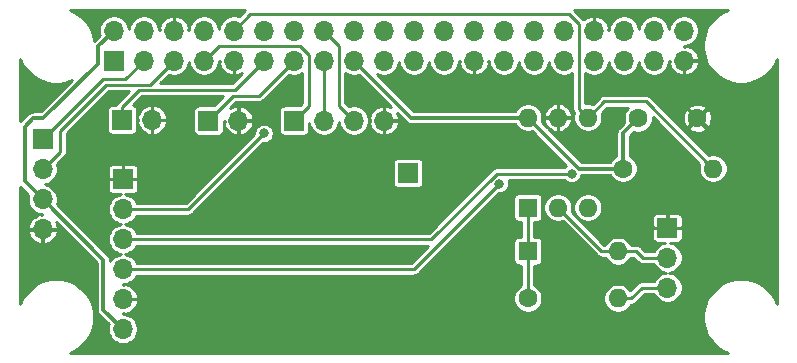
<source format=gbr>
%TF.GenerationSoftware,KiCad,Pcbnew,(5.1.6)-1*%
%TF.CreationDate,2025-04-15T16:12:05-04:00*%
%TF.ProjectId,MT32-zero-breakout,4d543332-2d7a-4657-926f-2d627265616b,rev?*%
%TF.SameCoordinates,Original*%
%TF.FileFunction,Copper,L1,Top*%
%TF.FilePolarity,Positive*%
%FSLAX46Y46*%
G04 Gerber Fmt 4.6, Leading zero omitted, Abs format (unit mm)*
G04 Created by KiCad (PCBNEW (5.1.6)-1) date 2025-04-15 16:12:05*
%MOMM*%
%LPD*%
G01*
G04 APERTURE LIST*
%TA.AperFunction,ComponentPad*%
%ADD10R,1.700000X1.700000*%
%TD*%
%TA.AperFunction,ComponentPad*%
%ADD11O,1.700000X1.700000*%
%TD*%
%TA.AperFunction,ComponentPad*%
%ADD12C,1.600000*%
%TD*%
%TA.AperFunction,ComponentPad*%
%ADD13R,1.600000X1.600000*%
%TD*%
%TA.AperFunction,ComponentPad*%
%ADD14O,1.600000X1.600000*%
%TD*%
%TA.AperFunction,ViaPad*%
%ADD15C,0.800000*%
%TD*%
%TA.AperFunction,Conductor*%
%ADD16C,0.300000*%
%TD*%
%TA.AperFunction,Conductor*%
%ADD17C,0.250000*%
%TD*%
%TA.AperFunction,Conductor*%
%ADD18C,0.254000*%
%TD*%
G04 APERTURE END LIST*
D10*
%TO.P,J1,1*%
%TO.N,N/C*%
X126428500Y-73787000D03*
D11*
%TO.P,J1,2*%
%TO.N,+5V*%
X126428500Y-71247000D03*
%TO.P,J1,3*%
%TO.N,SDA*%
X128968500Y-73787000D03*
%TO.P,J1,4*%
%TO.N,N/C*%
X128968500Y-71247000D03*
%TO.P,J1,5*%
%TO.N,SCL*%
X131508500Y-73787000D03*
%TO.P,J1,6*%
%TO.N,GND*%
X131508500Y-71247000D03*
%TO.P,J1,7*%
%TO.N,ENC_BTN*%
X134048500Y-73787000D03*
%TO.P,J1,8*%
%TO.N,N/C*%
X134048500Y-71247000D03*
%TO.P,J1,9*%
%TO.N,GND*%
X136588500Y-73787000D03*
%TO.P,J1,10*%
%TO.N,MIDI_IN*%
X136588500Y-71247000D03*
%TO.P,J1,11*%
%TO.N,BTN1*%
X139128500Y-73787000D03*
%TO.P,J1,12*%
%TO.N,BCK*%
X139128500Y-71247000D03*
%TO.P,J1,13*%
%TO.N,BTN2*%
X141668500Y-73787000D03*
%TO.P,J1,14*%
%TO.N,GND*%
X141668500Y-71247000D03*
%TO.P,J1,15*%
%TO.N,ENC_CLK*%
X144208500Y-73787000D03*
%TO.P,J1,16*%
%TO.N,ENC_DAT*%
X144208500Y-71247000D03*
%TO.P,J1,17*%
%TO.N,+3V3*%
X146748500Y-73787000D03*
%TO.P,J1,18*%
%TO.N,N/C*%
X146748500Y-71247000D03*
%TO.P,J1,19*%
X149288500Y-73787000D03*
%TO.P,J1,20*%
%TO.N,GND*%
X149288500Y-71247000D03*
%TO.P,J1,21*%
%TO.N,N/C*%
X151828500Y-73787000D03*
%TO.P,J1,22*%
X151828500Y-71247000D03*
%TO.P,J1,23*%
X154368500Y-73787000D03*
%TO.P,J1,24*%
X154368500Y-71247000D03*
%TO.P,J1,25*%
%TO.N,GND*%
X156908500Y-73787000D03*
%TO.P,J1,26*%
%TO.N,N/C*%
X156908500Y-71247000D03*
%TO.P,J1,27*%
X159448500Y-73787000D03*
%TO.P,J1,28*%
X159448500Y-71247000D03*
%TO.P,J1,29*%
X161988500Y-73787000D03*
%TO.P,J1,30*%
%TO.N,GND*%
X161988500Y-71247000D03*
%TO.P,J1,31*%
%TO.N,N/C*%
X164528500Y-73787000D03*
%TO.P,J1,32*%
X164528500Y-71247000D03*
%TO.P,J1,33*%
X167068500Y-73787000D03*
%TO.P,J1,34*%
%TO.N,GND*%
X167068500Y-71247000D03*
%TO.P,J1,35*%
%TO.N,LCK*%
X169608500Y-73787000D03*
%TO.P,J1,36*%
%TO.N,N/C*%
X169608500Y-71247000D03*
%TO.P,J1,37*%
X172148500Y-73787000D03*
%TO.P,J1,38*%
X172148500Y-71247000D03*
%TO.P,J1,39*%
%TO.N,GND*%
X174688500Y-73787000D03*
%TO.P,J1,40*%
%TO.N,DIN*%
X174688500Y-71247000D03*
%TD*%
D10*
%TO.P,J2,1*%
%TO.N,GND*%
X127190500Y-83820000D03*
D11*
%TO.P,J2,2*%
%TO.N,BCK*%
X127190500Y-86360000D03*
%TO.P,J2,3*%
%TO.N,DIN*%
X127190500Y-88900000D03*
%TO.P,J2,4*%
%TO.N,LCK*%
X127190500Y-91440000D03*
%TO.P,J2,5*%
%TO.N,GND*%
X127190500Y-93980000D03*
%TO.P,J2,6*%
%TO.N,+5V*%
X127190500Y-96520000D03*
%TD*%
D10*
%TO.P,J3,1*%
%TO.N,N/C*%
X151320500Y-83312000D03*
%TD*%
D12*
%TO.P,C1,1*%
%TO.N,+3V3*%
X170815000Y-78676500D03*
%TO.P,C1,2*%
%TO.N,GND*%
X175815000Y-78676500D03*
%TD*%
D13*
%TO.P,D1,1*%
%TO.N,Net-(D1-Pad1)*%
X161480500Y-89916000D03*
D14*
%TO.P,D1,2*%
%TO.N,Net-(D1-Pad2)*%
X169100500Y-89916000D03*
%TD*%
D10*
%TO.P,J4,1*%
%TO.N,SDA*%
X120396000Y-80454500D03*
D11*
%TO.P,J4,2*%
%TO.N,SCL*%
X120396000Y-82994500D03*
%TO.P,J4,3*%
%TO.N,+5V*%
X120396000Y-85534500D03*
%TO.P,J4,4*%
%TO.N,GND*%
X120396000Y-88074500D03*
%TD*%
D10*
%TO.P,J5,1*%
%TO.N,BTN1*%
X127127000Y-78803500D03*
D11*
%TO.P,J5,2*%
%TO.N,GND*%
X129667000Y-78803500D03*
%TD*%
%TO.P,J6,2*%
%TO.N,GND*%
X136969500Y-78867000D03*
D10*
%TO.P,J6,1*%
%TO.N,BTN2*%
X134429500Y-78867000D03*
%TD*%
D11*
%TO.P,J7,4*%
%TO.N,GND*%
X149288500Y-78867000D03*
%TO.P,J7,3*%
%TO.N,ENC_DAT*%
X146748500Y-78867000D03*
%TO.P,J7,2*%
%TO.N,ENC_CLK*%
X144208500Y-78867000D03*
D10*
%TO.P,J7,1*%
%TO.N,ENC_BTN*%
X141668500Y-78867000D03*
%TD*%
%TO.P,J8,1*%
%TO.N,GND*%
X173291500Y-87947500D03*
D11*
%TO.P,J8,2*%
%TO.N,Net-(D1-Pad2)*%
X173291500Y-90487500D03*
%TO.P,J8,3*%
%TO.N,Net-(J8-Pad3)*%
X173291500Y-93027500D03*
%TD*%
D12*
%TO.P,R1,1*%
%TO.N,+3V3*%
X169545000Y-82931000D03*
D14*
%TO.P,R1,2*%
%TO.N,MIDI_IN*%
X177165000Y-82931000D03*
%TD*%
%TO.P,R2,2*%
%TO.N,Net-(J8-Pad3)*%
X169100500Y-93916500D03*
D12*
%TO.P,R2,1*%
%TO.N,Net-(D1-Pad1)*%
X161480500Y-93916500D03*
%TD*%
D13*
%TO.P,U1,1*%
%TO.N,Net-(D1-Pad1)*%
X161480500Y-86233000D03*
D14*
%TO.P,U1,4*%
%TO.N,MIDI_IN*%
X166560500Y-78613000D03*
%TO.P,U1,2*%
%TO.N,Net-(D1-Pad2)*%
X164020500Y-86233000D03*
%TO.P,U1,5*%
%TO.N,GND*%
X164020500Y-78613000D03*
%TO.P,U1,3*%
%TO.N,N/C*%
X166560500Y-86233000D03*
%TO.P,U1,6*%
%TO.N,+3V3*%
X161480500Y-78613000D03*
%TD*%
D15*
%TO.N,GND*%
X120396000Y-76517500D03*
X132461000Y-90170000D03*
X171513500Y-75628500D03*
%TO.N,BCK*%
X139128500Y-79946500D03*
%TO.N,LCK*%
X159067500Y-84201000D03*
%TO.N,DIN*%
X165177572Y-83370734D03*
%TD*%
D16*
%TO.N,+3V3*%
X151574500Y-78613000D02*
X146748500Y-73787000D01*
X161480500Y-78613000D02*
X151574500Y-78613000D01*
X165798500Y-82931000D02*
X169545000Y-82931000D01*
X161480500Y-78613000D02*
X165798500Y-82931000D01*
X169545000Y-79946500D02*
X170815000Y-78676500D01*
X169545000Y-82931000D02*
X169545000Y-79946500D01*
%TO.N,+5V*%
X125095000Y-72580500D02*
X126428500Y-71247000D01*
X125095000Y-74041000D02*
X125095000Y-72580500D01*
X120459500Y-78676500D02*
X125095000Y-74041000D01*
X118872000Y-84010500D02*
X118872000Y-79375000D01*
X120396000Y-85534500D02*
X118872000Y-84010500D01*
X118872000Y-79375000D02*
X119570500Y-78676500D01*
X119570500Y-78676500D02*
X120459500Y-78676500D01*
X120396000Y-85534500D02*
X125539500Y-90678000D01*
X125539500Y-94869000D02*
X127190500Y-96520000D01*
X125539500Y-90678000D02*
X125539500Y-94869000D01*
D17*
%TO.N,MIDI_IN*%
X177165000Y-82931000D02*
X171450000Y-77216000D01*
X167957500Y-77216000D02*
X166560500Y-78613000D01*
X171450000Y-77216000D02*
X167957500Y-77216000D01*
X137985500Y-69850000D02*
X136588500Y-71247000D01*
X164973000Y-69850000D02*
X137985500Y-69850000D01*
X166560500Y-78613000D02*
X165798500Y-77851000D01*
X165798500Y-70675500D02*
X164973000Y-69850000D01*
X165798500Y-77851000D02*
X165798500Y-70675500D01*
%TO.N,Net-(D1-Pad1)*%
X161480500Y-86233000D02*
X161480500Y-89916000D01*
X161480500Y-89916000D02*
X161480500Y-93916500D01*
%TO.N,Net-(D1-Pad2)*%
X167703500Y-89916000D02*
X169100500Y-89916000D01*
X164020500Y-86233000D02*
X167703500Y-89916000D01*
X169100500Y-89916000D02*
X170624500Y-89916000D01*
X171196000Y-90487500D02*
X173291500Y-90487500D01*
X170624500Y-89916000D02*
X171196000Y-90487500D01*
%TO.N,SDA*%
X127381000Y-75374500D02*
X128968500Y-73787000D01*
X120396000Y-80454500D02*
X125476000Y-75374500D01*
X125476000Y-75374500D02*
X127381000Y-75374500D01*
%TO.N,SCL*%
X125787990Y-75824510D02*
X129470991Y-75824509D01*
X120396000Y-82994500D02*
X121888955Y-81501545D01*
X129470991Y-75824509D02*
X131508500Y-73787000D01*
X121888955Y-79723545D02*
X125787990Y-75824510D01*
X121888955Y-81501545D02*
X121888955Y-79723545D01*
%TO.N,ENC_BTN*%
X142938500Y-73317998D02*
X142938500Y-77597000D01*
X142938500Y-77597000D02*
X141668500Y-78867000D01*
X142137502Y-72517000D02*
X142938500Y-73317998D01*
X134048500Y-73787000D02*
X135318500Y-72517000D01*
X135318500Y-72517000D02*
X142137502Y-72517000D01*
%TO.N,BCK*%
X132715000Y-86360000D02*
X139128500Y-79946500D01*
X127190500Y-86360000D02*
X132715000Y-86360000D01*
%TO.N,ENC_CLK*%
X144208500Y-78867000D02*
X144208500Y-73787000D01*
%TO.N,ENC_DAT*%
X145478500Y-72517000D02*
X144208500Y-71247000D01*
X146748500Y-78867000D02*
X145478500Y-77597000D01*
X145478500Y-77597000D02*
X145478500Y-72517000D01*
%TO.N,LCK*%
X127190500Y-91440000D02*
X151828500Y-91440000D01*
X151828500Y-91440000D02*
X159067500Y-84201000D01*
%TO.N,DIN*%
X158824764Y-83370734D02*
X165177572Y-83370734D01*
X127190500Y-88900000D02*
X153295498Y-88900000D01*
X153295498Y-88900000D02*
X158824764Y-83370734D01*
%TO.N,Net-(J8-Pad3)*%
X169100500Y-93916500D02*
X170243500Y-93916500D01*
X171132500Y-93027500D02*
X173291500Y-93027500D01*
X170243500Y-93916500D02*
X171132500Y-93027500D01*
%TO.N,BTN1*%
X128555982Y-76274518D02*
X136640982Y-76274518D01*
X127127000Y-77703500D02*
X128555982Y-76274518D01*
X136640982Y-76274518D02*
X139128500Y-73787000D01*
X127127000Y-78803500D02*
X127127000Y-77703500D01*
%TO.N,BTN2*%
X138684000Y-76771500D02*
X141668500Y-73787000D01*
X134429500Y-78867000D02*
X136525000Y-76771500D01*
X136525000Y-76771500D02*
X138684000Y-76771500D01*
%TD*%
D18*
%TO.N,GND*%
G36*
X178008442Y-69653770D02*
G01*
X177479907Y-70006925D01*
X177030425Y-70456407D01*
X176677270Y-70984942D01*
X176434012Y-71572219D01*
X176310000Y-72195668D01*
X176310000Y-72831332D01*
X176434012Y-73454781D01*
X176677270Y-74042058D01*
X177030425Y-74570593D01*
X177479907Y-75020075D01*
X178008442Y-75373230D01*
X178595719Y-75616488D01*
X179219168Y-75740500D01*
X179854832Y-75740500D01*
X180478281Y-75616488D01*
X181065558Y-75373230D01*
X181594093Y-75020075D01*
X182043575Y-74570593D01*
X182396730Y-74042058D01*
X182560000Y-73647889D01*
X182560001Y-94379113D01*
X182396730Y-93984942D01*
X182043575Y-93456407D01*
X181594093Y-93006925D01*
X181065558Y-92653770D01*
X180478281Y-92410512D01*
X179854832Y-92286500D01*
X179219168Y-92286500D01*
X178595719Y-92410512D01*
X178008442Y-92653770D01*
X177479907Y-93006925D01*
X177030425Y-93456407D01*
X176677270Y-93984942D01*
X176434012Y-94572219D01*
X176310000Y-95195668D01*
X176310000Y-95831332D01*
X176434012Y-96454781D01*
X176677270Y-97042058D01*
X177030425Y-97570593D01*
X177479907Y-98020075D01*
X178008442Y-98373230D01*
X178402611Y-98536500D01*
X122671389Y-98536500D01*
X123065558Y-98373230D01*
X123594093Y-98020075D01*
X124043575Y-97570593D01*
X124396730Y-97042058D01*
X124639988Y-96454781D01*
X124764000Y-95831332D01*
X124764000Y-95195668D01*
X124639988Y-94572219D01*
X124396730Y-93984942D01*
X124043575Y-93456407D01*
X123594093Y-93006925D01*
X123065558Y-92653770D01*
X122478281Y-92410512D01*
X121854832Y-92286500D01*
X121219168Y-92286500D01*
X120595719Y-92410512D01*
X120008442Y-92653770D01*
X119479907Y-93006925D01*
X119030425Y-93456407D01*
X118677270Y-93984942D01*
X118514000Y-94379111D01*
X118514000Y-88296951D01*
X119138524Y-88296951D01*
X119149114Y-88350198D01*
X119226859Y-88588156D01*
X119349533Y-88806374D01*
X119512422Y-88996467D01*
X119709267Y-89151129D01*
X119932502Y-89264417D01*
X120173549Y-89331977D01*
X120373000Y-89244544D01*
X120373000Y-88097500D01*
X120419000Y-88097500D01*
X120419000Y-89244544D01*
X120618451Y-89331977D01*
X120859498Y-89264417D01*
X121082733Y-89151129D01*
X121279578Y-88996467D01*
X121442467Y-88806374D01*
X121565141Y-88588156D01*
X121642886Y-88350198D01*
X121653476Y-88296951D01*
X121566024Y-88097500D01*
X120419000Y-88097500D01*
X120373000Y-88097500D01*
X119225976Y-88097500D01*
X119138524Y-88296951D01*
X118514000Y-88296951D01*
X118514000Y-84468501D01*
X119179625Y-85134126D01*
X119168074Y-85162013D01*
X119119000Y-85408726D01*
X119119000Y-85660274D01*
X119168074Y-85906987D01*
X119264337Y-86139386D01*
X119404089Y-86348540D01*
X119581960Y-86526411D01*
X119791114Y-86666163D01*
X120023513Y-86762426D01*
X120270226Y-86811500D01*
X120372998Y-86811500D01*
X120372998Y-86904455D01*
X120173549Y-86817023D01*
X119932502Y-86884583D01*
X119709267Y-86997871D01*
X119512422Y-87152533D01*
X119349533Y-87342626D01*
X119226859Y-87560844D01*
X119149114Y-87798802D01*
X119138524Y-87852049D01*
X119225976Y-88051500D01*
X120373000Y-88051500D01*
X120373000Y-88031500D01*
X120419000Y-88031500D01*
X120419000Y-88051500D01*
X121566024Y-88051500D01*
X121653476Y-87852049D01*
X121642886Y-87798802D01*
X121565141Y-87560844D01*
X121512240Y-87466741D01*
X124962500Y-90917001D01*
X124962501Y-94840659D01*
X124959710Y-94869000D01*
X124970849Y-94982111D01*
X124993455Y-95056629D01*
X125003844Y-95090876D01*
X125057422Y-95191115D01*
X125061159Y-95195668D01*
X125111463Y-95256964D01*
X125111466Y-95256967D01*
X125129527Y-95278974D01*
X125151534Y-95297035D01*
X125974125Y-96119626D01*
X125962574Y-96147513D01*
X125913500Y-96394226D01*
X125913500Y-96645774D01*
X125962574Y-96892487D01*
X126058837Y-97124886D01*
X126198589Y-97334040D01*
X126376460Y-97511911D01*
X126585614Y-97651663D01*
X126818013Y-97747926D01*
X127064726Y-97797000D01*
X127316274Y-97797000D01*
X127562987Y-97747926D01*
X127795386Y-97651663D01*
X128004540Y-97511911D01*
X128182411Y-97334040D01*
X128322163Y-97124886D01*
X128418426Y-96892487D01*
X128467500Y-96645774D01*
X128467500Y-96394226D01*
X128418426Y-96147513D01*
X128322163Y-95915114D01*
X128182411Y-95705960D01*
X128004540Y-95528089D01*
X127795386Y-95388337D01*
X127562987Y-95292074D01*
X127316274Y-95243000D01*
X127213502Y-95243000D01*
X127213502Y-95150045D01*
X127412951Y-95237477D01*
X127653998Y-95169917D01*
X127877233Y-95056629D01*
X128074078Y-94901967D01*
X128236967Y-94711874D01*
X128359641Y-94493656D01*
X128437386Y-94255698D01*
X128447976Y-94202451D01*
X128360524Y-94003000D01*
X127213500Y-94003000D01*
X127213500Y-94023000D01*
X127167500Y-94023000D01*
X127167500Y-94003000D01*
X127147500Y-94003000D01*
X127147500Y-93957000D01*
X127167500Y-93957000D01*
X127167500Y-93937000D01*
X127213500Y-93937000D01*
X127213500Y-93957000D01*
X128360524Y-93957000D01*
X128447976Y-93757549D01*
X128437386Y-93704302D01*
X128359641Y-93466344D01*
X128236967Y-93248126D01*
X128074078Y-93058033D01*
X127877233Y-92903371D01*
X127653998Y-92790083D01*
X127412951Y-92722523D01*
X127213502Y-92809955D01*
X127213502Y-92717000D01*
X127316274Y-92717000D01*
X127562987Y-92667926D01*
X127795386Y-92571663D01*
X128004540Y-92431911D01*
X128182411Y-92254040D01*
X128322163Y-92044886D01*
X128344069Y-91992000D01*
X151801394Y-91992000D01*
X151828500Y-91994670D01*
X151855606Y-91992000D01*
X151855609Y-91992000D01*
X151936711Y-91984012D01*
X152040763Y-91952448D01*
X152136658Y-91901191D01*
X152220711Y-91832211D01*
X152238001Y-91811143D01*
X158616144Y-85433000D01*
X160251434Y-85433000D01*
X160251434Y-87033000D01*
X160259678Y-87116707D01*
X160284095Y-87197196D01*
X160323745Y-87271376D01*
X160377105Y-87336395D01*
X160442124Y-87389755D01*
X160516304Y-87429405D01*
X160596793Y-87453822D01*
X160680500Y-87462066D01*
X160928500Y-87462066D01*
X160928501Y-88686934D01*
X160680500Y-88686934D01*
X160596793Y-88695178D01*
X160516304Y-88719595D01*
X160442124Y-88759245D01*
X160377105Y-88812605D01*
X160323745Y-88877624D01*
X160284095Y-88951804D01*
X160259678Y-89032293D01*
X160251434Y-89116000D01*
X160251434Y-90716000D01*
X160259678Y-90799707D01*
X160284095Y-90880196D01*
X160323745Y-90954376D01*
X160377105Y-91019395D01*
X160442124Y-91072755D01*
X160516304Y-91112405D01*
X160596793Y-91136822D01*
X160680500Y-91145066D01*
X160928500Y-91145066D01*
X160928501Y-92817051D01*
X160899298Y-92829147D01*
X160698333Y-92963427D01*
X160527427Y-93134333D01*
X160393147Y-93335298D01*
X160300653Y-93558597D01*
X160253500Y-93795651D01*
X160253500Y-94037349D01*
X160300653Y-94274403D01*
X160393147Y-94497702D01*
X160527427Y-94698667D01*
X160698333Y-94869573D01*
X160899298Y-95003853D01*
X161122597Y-95096347D01*
X161359651Y-95143500D01*
X161601349Y-95143500D01*
X161838403Y-95096347D01*
X162061702Y-95003853D01*
X162262667Y-94869573D01*
X162433573Y-94698667D01*
X162567853Y-94497702D01*
X162660347Y-94274403D01*
X162707500Y-94037349D01*
X162707500Y-93795651D01*
X162660347Y-93558597D01*
X162567853Y-93335298D01*
X162433573Y-93134333D01*
X162262667Y-92963427D01*
X162061702Y-92829147D01*
X162032500Y-92817051D01*
X162032500Y-91145066D01*
X162280500Y-91145066D01*
X162364207Y-91136822D01*
X162444696Y-91112405D01*
X162518876Y-91072755D01*
X162583895Y-91019395D01*
X162637255Y-90954376D01*
X162676905Y-90880196D01*
X162701322Y-90799707D01*
X162709566Y-90716000D01*
X162709566Y-89116000D01*
X162701322Y-89032293D01*
X162676905Y-88951804D01*
X162637255Y-88877624D01*
X162583895Y-88812605D01*
X162518876Y-88759245D01*
X162444696Y-88719595D01*
X162364207Y-88695178D01*
X162280500Y-88686934D01*
X162032500Y-88686934D01*
X162032500Y-87462066D01*
X162280500Y-87462066D01*
X162364207Y-87453822D01*
X162444696Y-87429405D01*
X162518876Y-87389755D01*
X162583895Y-87336395D01*
X162637255Y-87271376D01*
X162676905Y-87197196D01*
X162701322Y-87116707D01*
X162709566Y-87033000D01*
X162709566Y-86112151D01*
X162793500Y-86112151D01*
X162793500Y-86353849D01*
X162840653Y-86590903D01*
X162933147Y-86814202D01*
X163067427Y-87015167D01*
X163238333Y-87186073D01*
X163439298Y-87320353D01*
X163662597Y-87412847D01*
X163899651Y-87460000D01*
X164141349Y-87460000D01*
X164378403Y-87412847D01*
X164407606Y-87400751D01*
X167294007Y-90287153D01*
X167311289Y-90308211D01*
X167332345Y-90325491D01*
X167332346Y-90325492D01*
X167395342Y-90377191D01*
X167491237Y-90428448D01*
X167595289Y-90460012D01*
X167703500Y-90470670D01*
X167730608Y-90468000D01*
X168001051Y-90468000D01*
X168013147Y-90497202D01*
X168147427Y-90698167D01*
X168318333Y-90869073D01*
X168519298Y-91003353D01*
X168742597Y-91095847D01*
X168979651Y-91143000D01*
X169221349Y-91143000D01*
X169458403Y-91095847D01*
X169681702Y-91003353D01*
X169882667Y-90869073D01*
X170053573Y-90698167D01*
X170187853Y-90497202D01*
X170199949Y-90468000D01*
X170395855Y-90468000D01*
X170786508Y-90858654D01*
X170803789Y-90879711D01*
X170887842Y-90948691D01*
X170983737Y-90999948D01*
X171087789Y-91031512D01*
X171168891Y-91039500D01*
X171168893Y-91039500D01*
X171195999Y-91042170D01*
X171223105Y-91039500D01*
X172137931Y-91039500D01*
X172159837Y-91092386D01*
X172299589Y-91301540D01*
X172477460Y-91479411D01*
X172686614Y-91619163D01*
X172919013Y-91715426D01*
X173130534Y-91757500D01*
X172919013Y-91799574D01*
X172686614Y-91895837D01*
X172477460Y-92035589D01*
X172299589Y-92213460D01*
X172159837Y-92422614D01*
X172137931Y-92475500D01*
X171159606Y-92475500D01*
X171132500Y-92472830D01*
X171105394Y-92475500D01*
X171105391Y-92475500D01*
X171024289Y-92483488D01*
X170920237Y-92515052D01*
X170824342Y-92566309D01*
X170740289Y-92635289D01*
X170723008Y-92656346D01*
X170130257Y-93249099D01*
X170053573Y-93134333D01*
X169882667Y-92963427D01*
X169681702Y-92829147D01*
X169458403Y-92736653D01*
X169221349Y-92689500D01*
X168979651Y-92689500D01*
X168742597Y-92736653D01*
X168519298Y-92829147D01*
X168318333Y-92963427D01*
X168147427Y-93134333D01*
X168013147Y-93335298D01*
X167920653Y-93558597D01*
X167873500Y-93795651D01*
X167873500Y-94037349D01*
X167920653Y-94274403D01*
X168013147Y-94497702D01*
X168147427Y-94698667D01*
X168318333Y-94869573D01*
X168519298Y-95003853D01*
X168742597Y-95096347D01*
X168979651Y-95143500D01*
X169221349Y-95143500D01*
X169458403Y-95096347D01*
X169681702Y-95003853D01*
X169882667Y-94869573D01*
X170053573Y-94698667D01*
X170187853Y-94497702D01*
X170199949Y-94468500D01*
X170216394Y-94468500D01*
X170243500Y-94471170D01*
X170270606Y-94468500D01*
X170270609Y-94468500D01*
X170351711Y-94460512D01*
X170455763Y-94428948D01*
X170551658Y-94377691D01*
X170635711Y-94308711D01*
X170653000Y-94287644D01*
X171361146Y-93579500D01*
X172137931Y-93579500D01*
X172159837Y-93632386D01*
X172299589Y-93841540D01*
X172477460Y-94019411D01*
X172686614Y-94159163D01*
X172919013Y-94255426D01*
X173165726Y-94304500D01*
X173417274Y-94304500D01*
X173663987Y-94255426D01*
X173896386Y-94159163D01*
X174105540Y-94019411D01*
X174283411Y-93841540D01*
X174423163Y-93632386D01*
X174519426Y-93399987D01*
X174568500Y-93153274D01*
X174568500Y-92901726D01*
X174519426Y-92655013D01*
X174423163Y-92422614D01*
X174283411Y-92213460D01*
X174105540Y-92035589D01*
X173896386Y-91895837D01*
X173663987Y-91799574D01*
X173452466Y-91757500D01*
X173663987Y-91715426D01*
X173896386Y-91619163D01*
X174105540Y-91479411D01*
X174283411Y-91301540D01*
X174423163Y-91092386D01*
X174519426Y-90859987D01*
X174568500Y-90613274D01*
X174568500Y-90361726D01*
X174519426Y-90115013D01*
X174423163Y-89882614D01*
X174283411Y-89673460D01*
X174105540Y-89495589D01*
X173896386Y-89355837D01*
X173663987Y-89259574D01*
X173488629Y-89224693D01*
X174141500Y-89226566D01*
X174225207Y-89218322D01*
X174305696Y-89193905D01*
X174379876Y-89154255D01*
X174444895Y-89100895D01*
X174498255Y-89035876D01*
X174537905Y-88961696D01*
X174562322Y-88881207D01*
X174570566Y-88797500D01*
X174568500Y-88077250D01*
X174461750Y-87970500D01*
X173314500Y-87970500D01*
X173314500Y-87990500D01*
X173268500Y-87990500D01*
X173268500Y-87970500D01*
X172121250Y-87970500D01*
X172014500Y-88077250D01*
X172012434Y-88797500D01*
X172020678Y-88881207D01*
X172045095Y-88961696D01*
X172084745Y-89035876D01*
X172138105Y-89100895D01*
X172203124Y-89154255D01*
X172277304Y-89193905D01*
X172357793Y-89218322D01*
X172441500Y-89226566D01*
X173094371Y-89224693D01*
X172919013Y-89259574D01*
X172686614Y-89355837D01*
X172477460Y-89495589D01*
X172299589Y-89673460D01*
X172159837Y-89882614D01*
X172137931Y-89935500D01*
X171424645Y-89935500D01*
X171034000Y-89544856D01*
X171016711Y-89523789D01*
X170932658Y-89454809D01*
X170836763Y-89403552D01*
X170732711Y-89371988D01*
X170651609Y-89364000D01*
X170651606Y-89364000D01*
X170624500Y-89361330D01*
X170597394Y-89364000D01*
X170199949Y-89364000D01*
X170187853Y-89334798D01*
X170053573Y-89133833D01*
X169882667Y-88962927D01*
X169681702Y-88828647D01*
X169458403Y-88736153D01*
X169221349Y-88689000D01*
X168979651Y-88689000D01*
X168742597Y-88736153D01*
X168519298Y-88828647D01*
X168318333Y-88962927D01*
X168147427Y-89133833D01*
X168013147Y-89334798D01*
X168001051Y-89364000D01*
X167932146Y-89364000D01*
X165188251Y-86620106D01*
X165200347Y-86590903D01*
X165247500Y-86353849D01*
X165247500Y-86112151D01*
X165333500Y-86112151D01*
X165333500Y-86353849D01*
X165380653Y-86590903D01*
X165473147Y-86814202D01*
X165607427Y-87015167D01*
X165778333Y-87186073D01*
X165979298Y-87320353D01*
X166202597Y-87412847D01*
X166439651Y-87460000D01*
X166681349Y-87460000D01*
X166918403Y-87412847D01*
X167141702Y-87320353D01*
X167342667Y-87186073D01*
X167431240Y-87097500D01*
X172012434Y-87097500D01*
X172014500Y-87817750D01*
X172121250Y-87924500D01*
X173268500Y-87924500D01*
X173268500Y-86777250D01*
X173314500Y-86777250D01*
X173314500Y-87924500D01*
X174461750Y-87924500D01*
X174568500Y-87817750D01*
X174570566Y-87097500D01*
X174562322Y-87013793D01*
X174537905Y-86933304D01*
X174498255Y-86859124D01*
X174444895Y-86794105D01*
X174379876Y-86740745D01*
X174305696Y-86701095D01*
X174225207Y-86676678D01*
X174141500Y-86668434D01*
X173421250Y-86670500D01*
X173314500Y-86777250D01*
X173268500Y-86777250D01*
X173161750Y-86670500D01*
X172441500Y-86668434D01*
X172357793Y-86676678D01*
X172277304Y-86701095D01*
X172203124Y-86740745D01*
X172138105Y-86794105D01*
X172084745Y-86859124D01*
X172045095Y-86933304D01*
X172020678Y-87013793D01*
X172012434Y-87097500D01*
X167431240Y-87097500D01*
X167513573Y-87015167D01*
X167647853Y-86814202D01*
X167740347Y-86590903D01*
X167787500Y-86353849D01*
X167787500Y-86112151D01*
X167740347Y-85875097D01*
X167647853Y-85651798D01*
X167513573Y-85450833D01*
X167342667Y-85279927D01*
X167141702Y-85145647D01*
X166918403Y-85053153D01*
X166681349Y-85006000D01*
X166439651Y-85006000D01*
X166202597Y-85053153D01*
X165979298Y-85145647D01*
X165778333Y-85279927D01*
X165607427Y-85450833D01*
X165473147Y-85651798D01*
X165380653Y-85875097D01*
X165333500Y-86112151D01*
X165247500Y-86112151D01*
X165200347Y-85875097D01*
X165107853Y-85651798D01*
X164973573Y-85450833D01*
X164802667Y-85279927D01*
X164601702Y-85145647D01*
X164378403Y-85053153D01*
X164141349Y-85006000D01*
X163899651Y-85006000D01*
X163662597Y-85053153D01*
X163439298Y-85145647D01*
X163238333Y-85279927D01*
X163067427Y-85450833D01*
X162933147Y-85651798D01*
X162840653Y-85875097D01*
X162793500Y-86112151D01*
X162709566Y-86112151D01*
X162709566Y-85433000D01*
X162701322Y-85349293D01*
X162676905Y-85268804D01*
X162637255Y-85194624D01*
X162583895Y-85129605D01*
X162518876Y-85076245D01*
X162444696Y-85036595D01*
X162364207Y-85012178D01*
X162280500Y-85003934D01*
X160680500Y-85003934D01*
X160596793Y-85012178D01*
X160516304Y-85036595D01*
X160442124Y-85076245D01*
X160377105Y-85129605D01*
X160323745Y-85194624D01*
X160284095Y-85268804D01*
X160259678Y-85349293D01*
X160251434Y-85433000D01*
X158616144Y-85433000D01*
X159021145Y-85028000D01*
X159148952Y-85028000D01*
X159308727Y-84996218D01*
X159459231Y-84933877D01*
X159594681Y-84843372D01*
X159709872Y-84728181D01*
X159800377Y-84592731D01*
X159862718Y-84442227D01*
X159894500Y-84282452D01*
X159894500Y-84119548D01*
X159862718Y-83959773D01*
X159847376Y-83922734D01*
X164560019Y-83922734D01*
X164650391Y-84013106D01*
X164785841Y-84103611D01*
X164936345Y-84165952D01*
X165096120Y-84197734D01*
X165259024Y-84197734D01*
X165418799Y-84165952D01*
X165569303Y-84103611D01*
X165704753Y-84013106D01*
X165819944Y-83897915D01*
X165910449Y-83762465D01*
X165972790Y-83611961D01*
X165993470Y-83508000D01*
X168455906Y-83508000D01*
X168457647Y-83512202D01*
X168591927Y-83713167D01*
X168762833Y-83884073D01*
X168963798Y-84018353D01*
X169187097Y-84110847D01*
X169424151Y-84158000D01*
X169665849Y-84158000D01*
X169902903Y-84110847D01*
X170126202Y-84018353D01*
X170327167Y-83884073D01*
X170498073Y-83713167D01*
X170632353Y-83512202D01*
X170724847Y-83288903D01*
X170772000Y-83051849D01*
X170772000Y-82810151D01*
X170724847Y-82573097D01*
X170632353Y-82349798D01*
X170498073Y-82148833D01*
X170327167Y-81977927D01*
X170126202Y-81843647D01*
X170122000Y-81841906D01*
X170122000Y-80185501D01*
X170452895Y-79854606D01*
X170457097Y-79856347D01*
X170694151Y-79903500D01*
X170935849Y-79903500D01*
X171172903Y-79856347D01*
X171396202Y-79763853D01*
X171597167Y-79629573D01*
X171768073Y-79458667D01*
X171902353Y-79257702D01*
X171994847Y-79034403D01*
X172042000Y-78797349D01*
X172042000Y-78588644D01*
X175997249Y-82543895D01*
X175985153Y-82573097D01*
X175938000Y-82810151D01*
X175938000Y-83051849D01*
X175985153Y-83288903D01*
X176077647Y-83512202D01*
X176211927Y-83713167D01*
X176382833Y-83884073D01*
X176583798Y-84018353D01*
X176807097Y-84110847D01*
X177044151Y-84158000D01*
X177285849Y-84158000D01*
X177522903Y-84110847D01*
X177746202Y-84018353D01*
X177947167Y-83884073D01*
X178118073Y-83713167D01*
X178252353Y-83512202D01*
X178344847Y-83288903D01*
X178392000Y-83051849D01*
X178392000Y-82810151D01*
X178344847Y-82573097D01*
X178252353Y-82349798D01*
X178118073Y-82148833D01*
X177947167Y-81977927D01*
X177746202Y-81843647D01*
X177522903Y-81751153D01*
X177285849Y-81704000D01*
X177044151Y-81704000D01*
X176807097Y-81751153D01*
X176777895Y-81763249D01*
X174503578Y-79488932D01*
X175035095Y-79488932D01*
X175109032Y-79687312D01*
X175319796Y-79805617D01*
X175549591Y-79880531D01*
X175789586Y-79909175D01*
X176030557Y-79890447D01*
X176263245Y-79825068D01*
X176478707Y-79715550D01*
X176520968Y-79687312D01*
X176594905Y-79488932D01*
X175815000Y-78709027D01*
X175035095Y-79488932D01*
X174503578Y-79488932D01*
X173665731Y-78651086D01*
X174582325Y-78651086D01*
X174601053Y-78892057D01*
X174666432Y-79124745D01*
X174775950Y-79340207D01*
X174804188Y-79382468D01*
X175002568Y-79456405D01*
X175782473Y-78676500D01*
X175847527Y-78676500D01*
X176627432Y-79456405D01*
X176825812Y-79382468D01*
X176944117Y-79171704D01*
X177019031Y-78941909D01*
X177047675Y-78701914D01*
X177028947Y-78460943D01*
X176963568Y-78228255D01*
X176854050Y-78012793D01*
X176825812Y-77970532D01*
X176627432Y-77896595D01*
X175847527Y-78676500D01*
X175782473Y-78676500D01*
X175002568Y-77896595D01*
X174804188Y-77970532D01*
X174685883Y-78181296D01*
X174610969Y-78411091D01*
X174582325Y-78651086D01*
X173665731Y-78651086D01*
X172878713Y-77864068D01*
X175035095Y-77864068D01*
X175815000Y-78643973D01*
X176594905Y-77864068D01*
X176520968Y-77665688D01*
X176310204Y-77547383D01*
X176080409Y-77472469D01*
X175840414Y-77443825D01*
X175599443Y-77462553D01*
X175366755Y-77527932D01*
X175151293Y-77637450D01*
X175109032Y-77665688D01*
X175035095Y-77864068D01*
X172878713Y-77864068D01*
X171859501Y-76844857D01*
X171842211Y-76823789D01*
X171758158Y-76754809D01*
X171662263Y-76703552D01*
X171558211Y-76671988D01*
X171477109Y-76664000D01*
X171477106Y-76664000D01*
X171450000Y-76661330D01*
X171422894Y-76664000D01*
X167984597Y-76664000D01*
X167957499Y-76661331D01*
X167930401Y-76664000D01*
X167930391Y-76664000D01*
X167849289Y-76671988D01*
X167745237Y-76703552D01*
X167700598Y-76727412D01*
X167649341Y-76754809D01*
X167610158Y-76786966D01*
X167565289Y-76823789D01*
X167548008Y-76844846D01*
X166947606Y-77445249D01*
X166918403Y-77433153D01*
X166681349Y-77386000D01*
X166439651Y-77386000D01*
X166350500Y-77403733D01*
X166350500Y-74843083D01*
X166463614Y-74918663D01*
X166696013Y-75014926D01*
X166942726Y-75064000D01*
X167194274Y-75064000D01*
X167440987Y-75014926D01*
X167673386Y-74918663D01*
X167882540Y-74778911D01*
X168060411Y-74601040D01*
X168200163Y-74391886D01*
X168296426Y-74159487D01*
X168338500Y-73947966D01*
X168380574Y-74159487D01*
X168476837Y-74391886D01*
X168616589Y-74601040D01*
X168794460Y-74778911D01*
X169003614Y-74918663D01*
X169236013Y-75014926D01*
X169482726Y-75064000D01*
X169734274Y-75064000D01*
X169980987Y-75014926D01*
X170213386Y-74918663D01*
X170422540Y-74778911D01*
X170600411Y-74601040D01*
X170740163Y-74391886D01*
X170836426Y-74159487D01*
X170878500Y-73947966D01*
X170920574Y-74159487D01*
X171016837Y-74391886D01*
X171156589Y-74601040D01*
X171334460Y-74778911D01*
X171543614Y-74918663D01*
X171776013Y-75014926D01*
X172022726Y-75064000D01*
X172274274Y-75064000D01*
X172520987Y-75014926D01*
X172753386Y-74918663D01*
X172962540Y-74778911D01*
X173140411Y-74601040D01*
X173280163Y-74391886D01*
X173376426Y-74159487D01*
X173425500Y-73912774D01*
X173425500Y-73810002D01*
X173518455Y-73810002D01*
X173431023Y-74009451D01*
X173498583Y-74250498D01*
X173611871Y-74473733D01*
X173766533Y-74670578D01*
X173956626Y-74833467D01*
X174174844Y-74956141D01*
X174412802Y-75033886D01*
X174466049Y-75044476D01*
X174665500Y-74957024D01*
X174665500Y-73810000D01*
X174711500Y-73810000D01*
X174711500Y-74957024D01*
X174910951Y-75044476D01*
X174964198Y-75033886D01*
X175202156Y-74956141D01*
X175420374Y-74833467D01*
X175610467Y-74670578D01*
X175765129Y-74473733D01*
X175878417Y-74250498D01*
X175945977Y-74009451D01*
X175858544Y-73810000D01*
X174711500Y-73810000D01*
X174665500Y-73810000D01*
X174645500Y-73810000D01*
X174645500Y-73764000D01*
X174665500Y-73764000D01*
X174665500Y-73744000D01*
X174711500Y-73744000D01*
X174711500Y-73764000D01*
X175858544Y-73764000D01*
X175945977Y-73564549D01*
X175878417Y-73323502D01*
X175765129Y-73100267D01*
X175610467Y-72903422D01*
X175420374Y-72740533D01*
X175202156Y-72617859D01*
X174964198Y-72540114D01*
X174910951Y-72529524D01*
X174711502Y-72616975D01*
X174711502Y-72524000D01*
X174814274Y-72524000D01*
X175060987Y-72474926D01*
X175293386Y-72378663D01*
X175502540Y-72238911D01*
X175680411Y-72061040D01*
X175820163Y-71851886D01*
X175916426Y-71619487D01*
X175965500Y-71372774D01*
X175965500Y-71121226D01*
X175916426Y-70874513D01*
X175820163Y-70642114D01*
X175680411Y-70432960D01*
X175502540Y-70255089D01*
X175293386Y-70115337D01*
X175060987Y-70019074D01*
X174814274Y-69970000D01*
X174562726Y-69970000D01*
X174316013Y-70019074D01*
X174083614Y-70115337D01*
X173874460Y-70255089D01*
X173696589Y-70432960D01*
X173556837Y-70642114D01*
X173460574Y-70874513D01*
X173418500Y-71086034D01*
X173376426Y-70874513D01*
X173280163Y-70642114D01*
X173140411Y-70432960D01*
X172962540Y-70255089D01*
X172753386Y-70115337D01*
X172520987Y-70019074D01*
X172274274Y-69970000D01*
X172022726Y-69970000D01*
X171776013Y-70019074D01*
X171543614Y-70115337D01*
X171334460Y-70255089D01*
X171156589Y-70432960D01*
X171016837Y-70642114D01*
X170920574Y-70874513D01*
X170878500Y-71086034D01*
X170836426Y-70874513D01*
X170740163Y-70642114D01*
X170600411Y-70432960D01*
X170422540Y-70255089D01*
X170213386Y-70115337D01*
X169980987Y-70019074D01*
X169734274Y-69970000D01*
X169482726Y-69970000D01*
X169236013Y-70019074D01*
X169003614Y-70115337D01*
X168794460Y-70255089D01*
X168616589Y-70432960D01*
X168476837Y-70642114D01*
X168380574Y-70874513D01*
X168331500Y-71121226D01*
X168331500Y-71223998D01*
X168238545Y-71223998D01*
X168325977Y-71024549D01*
X168258417Y-70783502D01*
X168145129Y-70560267D01*
X167990467Y-70363422D01*
X167800374Y-70200533D01*
X167582156Y-70077859D01*
X167344198Y-70000114D01*
X167290951Y-69989524D01*
X167091500Y-70076976D01*
X167091500Y-71224000D01*
X167111500Y-71224000D01*
X167111500Y-71270000D01*
X167091500Y-71270000D01*
X167091500Y-71290000D01*
X167045500Y-71290000D01*
X167045500Y-71270000D01*
X167025500Y-71270000D01*
X167025500Y-71224000D01*
X167045500Y-71224000D01*
X167045500Y-70076976D01*
X166846049Y-69989524D01*
X166792802Y-70000114D01*
X166554844Y-70077859D01*
X166336626Y-70200533D01*
X166211082Y-70308111D01*
X166209312Y-70305955D01*
X166190711Y-70283289D01*
X166169654Y-70266008D01*
X165394144Y-69490500D01*
X178402611Y-69490500D01*
X178008442Y-69653770D01*
G37*
X178008442Y-69653770D02*
X177479907Y-70006925D01*
X177030425Y-70456407D01*
X176677270Y-70984942D01*
X176434012Y-71572219D01*
X176310000Y-72195668D01*
X176310000Y-72831332D01*
X176434012Y-73454781D01*
X176677270Y-74042058D01*
X177030425Y-74570593D01*
X177479907Y-75020075D01*
X178008442Y-75373230D01*
X178595719Y-75616488D01*
X179219168Y-75740500D01*
X179854832Y-75740500D01*
X180478281Y-75616488D01*
X181065558Y-75373230D01*
X181594093Y-75020075D01*
X182043575Y-74570593D01*
X182396730Y-74042058D01*
X182560000Y-73647889D01*
X182560001Y-94379113D01*
X182396730Y-93984942D01*
X182043575Y-93456407D01*
X181594093Y-93006925D01*
X181065558Y-92653770D01*
X180478281Y-92410512D01*
X179854832Y-92286500D01*
X179219168Y-92286500D01*
X178595719Y-92410512D01*
X178008442Y-92653770D01*
X177479907Y-93006925D01*
X177030425Y-93456407D01*
X176677270Y-93984942D01*
X176434012Y-94572219D01*
X176310000Y-95195668D01*
X176310000Y-95831332D01*
X176434012Y-96454781D01*
X176677270Y-97042058D01*
X177030425Y-97570593D01*
X177479907Y-98020075D01*
X178008442Y-98373230D01*
X178402611Y-98536500D01*
X122671389Y-98536500D01*
X123065558Y-98373230D01*
X123594093Y-98020075D01*
X124043575Y-97570593D01*
X124396730Y-97042058D01*
X124639988Y-96454781D01*
X124764000Y-95831332D01*
X124764000Y-95195668D01*
X124639988Y-94572219D01*
X124396730Y-93984942D01*
X124043575Y-93456407D01*
X123594093Y-93006925D01*
X123065558Y-92653770D01*
X122478281Y-92410512D01*
X121854832Y-92286500D01*
X121219168Y-92286500D01*
X120595719Y-92410512D01*
X120008442Y-92653770D01*
X119479907Y-93006925D01*
X119030425Y-93456407D01*
X118677270Y-93984942D01*
X118514000Y-94379111D01*
X118514000Y-88296951D01*
X119138524Y-88296951D01*
X119149114Y-88350198D01*
X119226859Y-88588156D01*
X119349533Y-88806374D01*
X119512422Y-88996467D01*
X119709267Y-89151129D01*
X119932502Y-89264417D01*
X120173549Y-89331977D01*
X120373000Y-89244544D01*
X120373000Y-88097500D01*
X120419000Y-88097500D01*
X120419000Y-89244544D01*
X120618451Y-89331977D01*
X120859498Y-89264417D01*
X121082733Y-89151129D01*
X121279578Y-88996467D01*
X121442467Y-88806374D01*
X121565141Y-88588156D01*
X121642886Y-88350198D01*
X121653476Y-88296951D01*
X121566024Y-88097500D01*
X120419000Y-88097500D01*
X120373000Y-88097500D01*
X119225976Y-88097500D01*
X119138524Y-88296951D01*
X118514000Y-88296951D01*
X118514000Y-84468501D01*
X119179625Y-85134126D01*
X119168074Y-85162013D01*
X119119000Y-85408726D01*
X119119000Y-85660274D01*
X119168074Y-85906987D01*
X119264337Y-86139386D01*
X119404089Y-86348540D01*
X119581960Y-86526411D01*
X119791114Y-86666163D01*
X120023513Y-86762426D01*
X120270226Y-86811500D01*
X120372998Y-86811500D01*
X120372998Y-86904455D01*
X120173549Y-86817023D01*
X119932502Y-86884583D01*
X119709267Y-86997871D01*
X119512422Y-87152533D01*
X119349533Y-87342626D01*
X119226859Y-87560844D01*
X119149114Y-87798802D01*
X119138524Y-87852049D01*
X119225976Y-88051500D01*
X120373000Y-88051500D01*
X120373000Y-88031500D01*
X120419000Y-88031500D01*
X120419000Y-88051500D01*
X121566024Y-88051500D01*
X121653476Y-87852049D01*
X121642886Y-87798802D01*
X121565141Y-87560844D01*
X121512240Y-87466741D01*
X124962500Y-90917001D01*
X124962501Y-94840659D01*
X124959710Y-94869000D01*
X124970849Y-94982111D01*
X124993455Y-95056629D01*
X125003844Y-95090876D01*
X125057422Y-95191115D01*
X125061159Y-95195668D01*
X125111463Y-95256964D01*
X125111466Y-95256967D01*
X125129527Y-95278974D01*
X125151534Y-95297035D01*
X125974125Y-96119626D01*
X125962574Y-96147513D01*
X125913500Y-96394226D01*
X125913500Y-96645774D01*
X125962574Y-96892487D01*
X126058837Y-97124886D01*
X126198589Y-97334040D01*
X126376460Y-97511911D01*
X126585614Y-97651663D01*
X126818013Y-97747926D01*
X127064726Y-97797000D01*
X127316274Y-97797000D01*
X127562987Y-97747926D01*
X127795386Y-97651663D01*
X128004540Y-97511911D01*
X128182411Y-97334040D01*
X128322163Y-97124886D01*
X128418426Y-96892487D01*
X128467500Y-96645774D01*
X128467500Y-96394226D01*
X128418426Y-96147513D01*
X128322163Y-95915114D01*
X128182411Y-95705960D01*
X128004540Y-95528089D01*
X127795386Y-95388337D01*
X127562987Y-95292074D01*
X127316274Y-95243000D01*
X127213502Y-95243000D01*
X127213502Y-95150045D01*
X127412951Y-95237477D01*
X127653998Y-95169917D01*
X127877233Y-95056629D01*
X128074078Y-94901967D01*
X128236967Y-94711874D01*
X128359641Y-94493656D01*
X128437386Y-94255698D01*
X128447976Y-94202451D01*
X128360524Y-94003000D01*
X127213500Y-94003000D01*
X127213500Y-94023000D01*
X127167500Y-94023000D01*
X127167500Y-94003000D01*
X127147500Y-94003000D01*
X127147500Y-93957000D01*
X127167500Y-93957000D01*
X127167500Y-93937000D01*
X127213500Y-93937000D01*
X127213500Y-93957000D01*
X128360524Y-93957000D01*
X128447976Y-93757549D01*
X128437386Y-93704302D01*
X128359641Y-93466344D01*
X128236967Y-93248126D01*
X128074078Y-93058033D01*
X127877233Y-92903371D01*
X127653998Y-92790083D01*
X127412951Y-92722523D01*
X127213502Y-92809955D01*
X127213502Y-92717000D01*
X127316274Y-92717000D01*
X127562987Y-92667926D01*
X127795386Y-92571663D01*
X128004540Y-92431911D01*
X128182411Y-92254040D01*
X128322163Y-92044886D01*
X128344069Y-91992000D01*
X151801394Y-91992000D01*
X151828500Y-91994670D01*
X151855606Y-91992000D01*
X151855609Y-91992000D01*
X151936711Y-91984012D01*
X152040763Y-91952448D01*
X152136658Y-91901191D01*
X152220711Y-91832211D01*
X152238001Y-91811143D01*
X158616144Y-85433000D01*
X160251434Y-85433000D01*
X160251434Y-87033000D01*
X160259678Y-87116707D01*
X160284095Y-87197196D01*
X160323745Y-87271376D01*
X160377105Y-87336395D01*
X160442124Y-87389755D01*
X160516304Y-87429405D01*
X160596793Y-87453822D01*
X160680500Y-87462066D01*
X160928500Y-87462066D01*
X160928501Y-88686934D01*
X160680500Y-88686934D01*
X160596793Y-88695178D01*
X160516304Y-88719595D01*
X160442124Y-88759245D01*
X160377105Y-88812605D01*
X160323745Y-88877624D01*
X160284095Y-88951804D01*
X160259678Y-89032293D01*
X160251434Y-89116000D01*
X160251434Y-90716000D01*
X160259678Y-90799707D01*
X160284095Y-90880196D01*
X160323745Y-90954376D01*
X160377105Y-91019395D01*
X160442124Y-91072755D01*
X160516304Y-91112405D01*
X160596793Y-91136822D01*
X160680500Y-91145066D01*
X160928500Y-91145066D01*
X160928501Y-92817051D01*
X160899298Y-92829147D01*
X160698333Y-92963427D01*
X160527427Y-93134333D01*
X160393147Y-93335298D01*
X160300653Y-93558597D01*
X160253500Y-93795651D01*
X160253500Y-94037349D01*
X160300653Y-94274403D01*
X160393147Y-94497702D01*
X160527427Y-94698667D01*
X160698333Y-94869573D01*
X160899298Y-95003853D01*
X161122597Y-95096347D01*
X161359651Y-95143500D01*
X161601349Y-95143500D01*
X161838403Y-95096347D01*
X162061702Y-95003853D01*
X162262667Y-94869573D01*
X162433573Y-94698667D01*
X162567853Y-94497702D01*
X162660347Y-94274403D01*
X162707500Y-94037349D01*
X162707500Y-93795651D01*
X162660347Y-93558597D01*
X162567853Y-93335298D01*
X162433573Y-93134333D01*
X162262667Y-92963427D01*
X162061702Y-92829147D01*
X162032500Y-92817051D01*
X162032500Y-91145066D01*
X162280500Y-91145066D01*
X162364207Y-91136822D01*
X162444696Y-91112405D01*
X162518876Y-91072755D01*
X162583895Y-91019395D01*
X162637255Y-90954376D01*
X162676905Y-90880196D01*
X162701322Y-90799707D01*
X162709566Y-90716000D01*
X162709566Y-89116000D01*
X162701322Y-89032293D01*
X162676905Y-88951804D01*
X162637255Y-88877624D01*
X162583895Y-88812605D01*
X162518876Y-88759245D01*
X162444696Y-88719595D01*
X162364207Y-88695178D01*
X162280500Y-88686934D01*
X162032500Y-88686934D01*
X162032500Y-87462066D01*
X162280500Y-87462066D01*
X162364207Y-87453822D01*
X162444696Y-87429405D01*
X162518876Y-87389755D01*
X162583895Y-87336395D01*
X162637255Y-87271376D01*
X162676905Y-87197196D01*
X162701322Y-87116707D01*
X162709566Y-87033000D01*
X162709566Y-86112151D01*
X162793500Y-86112151D01*
X162793500Y-86353849D01*
X162840653Y-86590903D01*
X162933147Y-86814202D01*
X163067427Y-87015167D01*
X163238333Y-87186073D01*
X163439298Y-87320353D01*
X163662597Y-87412847D01*
X163899651Y-87460000D01*
X164141349Y-87460000D01*
X164378403Y-87412847D01*
X164407606Y-87400751D01*
X167294007Y-90287153D01*
X167311289Y-90308211D01*
X167332345Y-90325491D01*
X167332346Y-90325492D01*
X167395342Y-90377191D01*
X167491237Y-90428448D01*
X167595289Y-90460012D01*
X167703500Y-90470670D01*
X167730608Y-90468000D01*
X168001051Y-90468000D01*
X168013147Y-90497202D01*
X168147427Y-90698167D01*
X168318333Y-90869073D01*
X168519298Y-91003353D01*
X168742597Y-91095847D01*
X168979651Y-91143000D01*
X169221349Y-91143000D01*
X169458403Y-91095847D01*
X169681702Y-91003353D01*
X169882667Y-90869073D01*
X170053573Y-90698167D01*
X170187853Y-90497202D01*
X170199949Y-90468000D01*
X170395855Y-90468000D01*
X170786508Y-90858654D01*
X170803789Y-90879711D01*
X170887842Y-90948691D01*
X170983737Y-90999948D01*
X171087789Y-91031512D01*
X171168891Y-91039500D01*
X171168893Y-91039500D01*
X171195999Y-91042170D01*
X171223105Y-91039500D01*
X172137931Y-91039500D01*
X172159837Y-91092386D01*
X172299589Y-91301540D01*
X172477460Y-91479411D01*
X172686614Y-91619163D01*
X172919013Y-91715426D01*
X173130534Y-91757500D01*
X172919013Y-91799574D01*
X172686614Y-91895837D01*
X172477460Y-92035589D01*
X172299589Y-92213460D01*
X172159837Y-92422614D01*
X172137931Y-92475500D01*
X171159606Y-92475500D01*
X171132500Y-92472830D01*
X171105394Y-92475500D01*
X171105391Y-92475500D01*
X171024289Y-92483488D01*
X170920237Y-92515052D01*
X170824342Y-92566309D01*
X170740289Y-92635289D01*
X170723008Y-92656346D01*
X170130257Y-93249099D01*
X170053573Y-93134333D01*
X169882667Y-92963427D01*
X169681702Y-92829147D01*
X169458403Y-92736653D01*
X169221349Y-92689500D01*
X168979651Y-92689500D01*
X168742597Y-92736653D01*
X168519298Y-92829147D01*
X168318333Y-92963427D01*
X168147427Y-93134333D01*
X168013147Y-93335298D01*
X167920653Y-93558597D01*
X167873500Y-93795651D01*
X167873500Y-94037349D01*
X167920653Y-94274403D01*
X168013147Y-94497702D01*
X168147427Y-94698667D01*
X168318333Y-94869573D01*
X168519298Y-95003853D01*
X168742597Y-95096347D01*
X168979651Y-95143500D01*
X169221349Y-95143500D01*
X169458403Y-95096347D01*
X169681702Y-95003853D01*
X169882667Y-94869573D01*
X170053573Y-94698667D01*
X170187853Y-94497702D01*
X170199949Y-94468500D01*
X170216394Y-94468500D01*
X170243500Y-94471170D01*
X170270606Y-94468500D01*
X170270609Y-94468500D01*
X170351711Y-94460512D01*
X170455763Y-94428948D01*
X170551658Y-94377691D01*
X170635711Y-94308711D01*
X170653000Y-94287644D01*
X171361146Y-93579500D01*
X172137931Y-93579500D01*
X172159837Y-93632386D01*
X172299589Y-93841540D01*
X172477460Y-94019411D01*
X172686614Y-94159163D01*
X172919013Y-94255426D01*
X173165726Y-94304500D01*
X173417274Y-94304500D01*
X173663987Y-94255426D01*
X173896386Y-94159163D01*
X174105540Y-94019411D01*
X174283411Y-93841540D01*
X174423163Y-93632386D01*
X174519426Y-93399987D01*
X174568500Y-93153274D01*
X174568500Y-92901726D01*
X174519426Y-92655013D01*
X174423163Y-92422614D01*
X174283411Y-92213460D01*
X174105540Y-92035589D01*
X173896386Y-91895837D01*
X173663987Y-91799574D01*
X173452466Y-91757500D01*
X173663987Y-91715426D01*
X173896386Y-91619163D01*
X174105540Y-91479411D01*
X174283411Y-91301540D01*
X174423163Y-91092386D01*
X174519426Y-90859987D01*
X174568500Y-90613274D01*
X174568500Y-90361726D01*
X174519426Y-90115013D01*
X174423163Y-89882614D01*
X174283411Y-89673460D01*
X174105540Y-89495589D01*
X173896386Y-89355837D01*
X173663987Y-89259574D01*
X173488629Y-89224693D01*
X174141500Y-89226566D01*
X174225207Y-89218322D01*
X174305696Y-89193905D01*
X174379876Y-89154255D01*
X174444895Y-89100895D01*
X174498255Y-89035876D01*
X174537905Y-88961696D01*
X174562322Y-88881207D01*
X174570566Y-88797500D01*
X174568500Y-88077250D01*
X174461750Y-87970500D01*
X173314500Y-87970500D01*
X173314500Y-87990500D01*
X173268500Y-87990500D01*
X173268500Y-87970500D01*
X172121250Y-87970500D01*
X172014500Y-88077250D01*
X172012434Y-88797500D01*
X172020678Y-88881207D01*
X172045095Y-88961696D01*
X172084745Y-89035876D01*
X172138105Y-89100895D01*
X172203124Y-89154255D01*
X172277304Y-89193905D01*
X172357793Y-89218322D01*
X172441500Y-89226566D01*
X173094371Y-89224693D01*
X172919013Y-89259574D01*
X172686614Y-89355837D01*
X172477460Y-89495589D01*
X172299589Y-89673460D01*
X172159837Y-89882614D01*
X172137931Y-89935500D01*
X171424645Y-89935500D01*
X171034000Y-89544856D01*
X171016711Y-89523789D01*
X170932658Y-89454809D01*
X170836763Y-89403552D01*
X170732711Y-89371988D01*
X170651609Y-89364000D01*
X170651606Y-89364000D01*
X170624500Y-89361330D01*
X170597394Y-89364000D01*
X170199949Y-89364000D01*
X170187853Y-89334798D01*
X170053573Y-89133833D01*
X169882667Y-88962927D01*
X169681702Y-88828647D01*
X169458403Y-88736153D01*
X169221349Y-88689000D01*
X168979651Y-88689000D01*
X168742597Y-88736153D01*
X168519298Y-88828647D01*
X168318333Y-88962927D01*
X168147427Y-89133833D01*
X168013147Y-89334798D01*
X168001051Y-89364000D01*
X167932146Y-89364000D01*
X165188251Y-86620106D01*
X165200347Y-86590903D01*
X165247500Y-86353849D01*
X165247500Y-86112151D01*
X165333500Y-86112151D01*
X165333500Y-86353849D01*
X165380653Y-86590903D01*
X165473147Y-86814202D01*
X165607427Y-87015167D01*
X165778333Y-87186073D01*
X165979298Y-87320353D01*
X166202597Y-87412847D01*
X166439651Y-87460000D01*
X166681349Y-87460000D01*
X166918403Y-87412847D01*
X167141702Y-87320353D01*
X167342667Y-87186073D01*
X167431240Y-87097500D01*
X172012434Y-87097500D01*
X172014500Y-87817750D01*
X172121250Y-87924500D01*
X173268500Y-87924500D01*
X173268500Y-86777250D01*
X173314500Y-86777250D01*
X173314500Y-87924500D01*
X174461750Y-87924500D01*
X174568500Y-87817750D01*
X174570566Y-87097500D01*
X174562322Y-87013793D01*
X174537905Y-86933304D01*
X174498255Y-86859124D01*
X174444895Y-86794105D01*
X174379876Y-86740745D01*
X174305696Y-86701095D01*
X174225207Y-86676678D01*
X174141500Y-86668434D01*
X173421250Y-86670500D01*
X173314500Y-86777250D01*
X173268500Y-86777250D01*
X173161750Y-86670500D01*
X172441500Y-86668434D01*
X172357793Y-86676678D01*
X172277304Y-86701095D01*
X172203124Y-86740745D01*
X172138105Y-86794105D01*
X172084745Y-86859124D01*
X172045095Y-86933304D01*
X172020678Y-87013793D01*
X172012434Y-87097500D01*
X167431240Y-87097500D01*
X167513573Y-87015167D01*
X167647853Y-86814202D01*
X167740347Y-86590903D01*
X167787500Y-86353849D01*
X167787500Y-86112151D01*
X167740347Y-85875097D01*
X167647853Y-85651798D01*
X167513573Y-85450833D01*
X167342667Y-85279927D01*
X167141702Y-85145647D01*
X166918403Y-85053153D01*
X166681349Y-85006000D01*
X166439651Y-85006000D01*
X166202597Y-85053153D01*
X165979298Y-85145647D01*
X165778333Y-85279927D01*
X165607427Y-85450833D01*
X165473147Y-85651798D01*
X165380653Y-85875097D01*
X165333500Y-86112151D01*
X165247500Y-86112151D01*
X165200347Y-85875097D01*
X165107853Y-85651798D01*
X164973573Y-85450833D01*
X164802667Y-85279927D01*
X164601702Y-85145647D01*
X164378403Y-85053153D01*
X164141349Y-85006000D01*
X163899651Y-85006000D01*
X163662597Y-85053153D01*
X163439298Y-85145647D01*
X163238333Y-85279927D01*
X163067427Y-85450833D01*
X162933147Y-85651798D01*
X162840653Y-85875097D01*
X162793500Y-86112151D01*
X162709566Y-86112151D01*
X162709566Y-85433000D01*
X162701322Y-85349293D01*
X162676905Y-85268804D01*
X162637255Y-85194624D01*
X162583895Y-85129605D01*
X162518876Y-85076245D01*
X162444696Y-85036595D01*
X162364207Y-85012178D01*
X162280500Y-85003934D01*
X160680500Y-85003934D01*
X160596793Y-85012178D01*
X160516304Y-85036595D01*
X160442124Y-85076245D01*
X160377105Y-85129605D01*
X160323745Y-85194624D01*
X160284095Y-85268804D01*
X160259678Y-85349293D01*
X160251434Y-85433000D01*
X158616144Y-85433000D01*
X159021145Y-85028000D01*
X159148952Y-85028000D01*
X159308727Y-84996218D01*
X159459231Y-84933877D01*
X159594681Y-84843372D01*
X159709872Y-84728181D01*
X159800377Y-84592731D01*
X159862718Y-84442227D01*
X159894500Y-84282452D01*
X159894500Y-84119548D01*
X159862718Y-83959773D01*
X159847376Y-83922734D01*
X164560019Y-83922734D01*
X164650391Y-84013106D01*
X164785841Y-84103611D01*
X164936345Y-84165952D01*
X165096120Y-84197734D01*
X165259024Y-84197734D01*
X165418799Y-84165952D01*
X165569303Y-84103611D01*
X165704753Y-84013106D01*
X165819944Y-83897915D01*
X165910449Y-83762465D01*
X165972790Y-83611961D01*
X165993470Y-83508000D01*
X168455906Y-83508000D01*
X168457647Y-83512202D01*
X168591927Y-83713167D01*
X168762833Y-83884073D01*
X168963798Y-84018353D01*
X169187097Y-84110847D01*
X169424151Y-84158000D01*
X169665849Y-84158000D01*
X169902903Y-84110847D01*
X170126202Y-84018353D01*
X170327167Y-83884073D01*
X170498073Y-83713167D01*
X170632353Y-83512202D01*
X170724847Y-83288903D01*
X170772000Y-83051849D01*
X170772000Y-82810151D01*
X170724847Y-82573097D01*
X170632353Y-82349798D01*
X170498073Y-82148833D01*
X170327167Y-81977927D01*
X170126202Y-81843647D01*
X170122000Y-81841906D01*
X170122000Y-80185501D01*
X170452895Y-79854606D01*
X170457097Y-79856347D01*
X170694151Y-79903500D01*
X170935849Y-79903500D01*
X171172903Y-79856347D01*
X171396202Y-79763853D01*
X171597167Y-79629573D01*
X171768073Y-79458667D01*
X171902353Y-79257702D01*
X171994847Y-79034403D01*
X172042000Y-78797349D01*
X172042000Y-78588644D01*
X175997249Y-82543895D01*
X175985153Y-82573097D01*
X175938000Y-82810151D01*
X175938000Y-83051849D01*
X175985153Y-83288903D01*
X176077647Y-83512202D01*
X176211927Y-83713167D01*
X176382833Y-83884073D01*
X176583798Y-84018353D01*
X176807097Y-84110847D01*
X177044151Y-84158000D01*
X177285849Y-84158000D01*
X177522903Y-84110847D01*
X177746202Y-84018353D01*
X177947167Y-83884073D01*
X178118073Y-83713167D01*
X178252353Y-83512202D01*
X178344847Y-83288903D01*
X178392000Y-83051849D01*
X178392000Y-82810151D01*
X178344847Y-82573097D01*
X178252353Y-82349798D01*
X178118073Y-82148833D01*
X177947167Y-81977927D01*
X177746202Y-81843647D01*
X177522903Y-81751153D01*
X177285849Y-81704000D01*
X177044151Y-81704000D01*
X176807097Y-81751153D01*
X176777895Y-81763249D01*
X174503578Y-79488932D01*
X175035095Y-79488932D01*
X175109032Y-79687312D01*
X175319796Y-79805617D01*
X175549591Y-79880531D01*
X175789586Y-79909175D01*
X176030557Y-79890447D01*
X176263245Y-79825068D01*
X176478707Y-79715550D01*
X176520968Y-79687312D01*
X176594905Y-79488932D01*
X175815000Y-78709027D01*
X175035095Y-79488932D01*
X174503578Y-79488932D01*
X173665731Y-78651086D01*
X174582325Y-78651086D01*
X174601053Y-78892057D01*
X174666432Y-79124745D01*
X174775950Y-79340207D01*
X174804188Y-79382468D01*
X175002568Y-79456405D01*
X175782473Y-78676500D01*
X175847527Y-78676500D01*
X176627432Y-79456405D01*
X176825812Y-79382468D01*
X176944117Y-79171704D01*
X177019031Y-78941909D01*
X177047675Y-78701914D01*
X177028947Y-78460943D01*
X176963568Y-78228255D01*
X176854050Y-78012793D01*
X176825812Y-77970532D01*
X176627432Y-77896595D01*
X175847527Y-78676500D01*
X175782473Y-78676500D01*
X175002568Y-77896595D01*
X174804188Y-77970532D01*
X174685883Y-78181296D01*
X174610969Y-78411091D01*
X174582325Y-78651086D01*
X173665731Y-78651086D01*
X172878713Y-77864068D01*
X175035095Y-77864068D01*
X175815000Y-78643973D01*
X176594905Y-77864068D01*
X176520968Y-77665688D01*
X176310204Y-77547383D01*
X176080409Y-77472469D01*
X175840414Y-77443825D01*
X175599443Y-77462553D01*
X175366755Y-77527932D01*
X175151293Y-77637450D01*
X175109032Y-77665688D01*
X175035095Y-77864068D01*
X172878713Y-77864068D01*
X171859501Y-76844857D01*
X171842211Y-76823789D01*
X171758158Y-76754809D01*
X171662263Y-76703552D01*
X171558211Y-76671988D01*
X171477109Y-76664000D01*
X171477106Y-76664000D01*
X171450000Y-76661330D01*
X171422894Y-76664000D01*
X167984597Y-76664000D01*
X167957499Y-76661331D01*
X167930401Y-76664000D01*
X167930391Y-76664000D01*
X167849289Y-76671988D01*
X167745237Y-76703552D01*
X167700598Y-76727412D01*
X167649341Y-76754809D01*
X167610158Y-76786966D01*
X167565289Y-76823789D01*
X167548008Y-76844846D01*
X166947606Y-77445249D01*
X166918403Y-77433153D01*
X166681349Y-77386000D01*
X166439651Y-77386000D01*
X166350500Y-77403733D01*
X166350500Y-74843083D01*
X166463614Y-74918663D01*
X166696013Y-75014926D01*
X166942726Y-75064000D01*
X167194274Y-75064000D01*
X167440987Y-75014926D01*
X167673386Y-74918663D01*
X167882540Y-74778911D01*
X168060411Y-74601040D01*
X168200163Y-74391886D01*
X168296426Y-74159487D01*
X168338500Y-73947966D01*
X168380574Y-74159487D01*
X168476837Y-74391886D01*
X168616589Y-74601040D01*
X168794460Y-74778911D01*
X169003614Y-74918663D01*
X169236013Y-75014926D01*
X169482726Y-75064000D01*
X169734274Y-75064000D01*
X169980987Y-75014926D01*
X170213386Y-74918663D01*
X170422540Y-74778911D01*
X170600411Y-74601040D01*
X170740163Y-74391886D01*
X170836426Y-74159487D01*
X170878500Y-73947966D01*
X170920574Y-74159487D01*
X171016837Y-74391886D01*
X171156589Y-74601040D01*
X171334460Y-74778911D01*
X171543614Y-74918663D01*
X171776013Y-75014926D01*
X172022726Y-75064000D01*
X172274274Y-75064000D01*
X172520987Y-75014926D01*
X172753386Y-74918663D01*
X172962540Y-74778911D01*
X173140411Y-74601040D01*
X173280163Y-74391886D01*
X173376426Y-74159487D01*
X173425500Y-73912774D01*
X173425500Y-73810002D01*
X173518455Y-73810002D01*
X173431023Y-74009451D01*
X173498583Y-74250498D01*
X173611871Y-74473733D01*
X173766533Y-74670578D01*
X173956626Y-74833467D01*
X174174844Y-74956141D01*
X174412802Y-75033886D01*
X174466049Y-75044476D01*
X174665500Y-74957024D01*
X174665500Y-73810000D01*
X174711500Y-73810000D01*
X174711500Y-74957024D01*
X174910951Y-75044476D01*
X174964198Y-75033886D01*
X175202156Y-74956141D01*
X175420374Y-74833467D01*
X175610467Y-74670578D01*
X175765129Y-74473733D01*
X175878417Y-74250498D01*
X175945977Y-74009451D01*
X175858544Y-73810000D01*
X174711500Y-73810000D01*
X174665500Y-73810000D01*
X174645500Y-73810000D01*
X174645500Y-73764000D01*
X174665500Y-73764000D01*
X174665500Y-73744000D01*
X174711500Y-73744000D01*
X174711500Y-73764000D01*
X175858544Y-73764000D01*
X175945977Y-73564549D01*
X175878417Y-73323502D01*
X175765129Y-73100267D01*
X175610467Y-72903422D01*
X175420374Y-72740533D01*
X175202156Y-72617859D01*
X174964198Y-72540114D01*
X174910951Y-72529524D01*
X174711502Y-72616975D01*
X174711502Y-72524000D01*
X174814274Y-72524000D01*
X175060987Y-72474926D01*
X175293386Y-72378663D01*
X175502540Y-72238911D01*
X175680411Y-72061040D01*
X175820163Y-71851886D01*
X175916426Y-71619487D01*
X175965500Y-71372774D01*
X175965500Y-71121226D01*
X175916426Y-70874513D01*
X175820163Y-70642114D01*
X175680411Y-70432960D01*
X175502540Y-70255089D01*
X175293386Y-70115337D01*
X175060987Y-70019074D01*
X174814274Y-69970000D01*
X174562726Y-69970000D01*
X174316013Y-70019074D01*
X174083614Y-70115337D01*
X173874460Y-70255089D01*
X173696589Y-70432960D01*
X173556837Y-70642114D01*
X173460574Y-70874513D01*
X173418500Y-71086034D01*
X173376426Y-70874513D01*
X173280163Y-70642114D01*
X173140411Y-70432960D01*
X172962540Y-70255089D01*
X172753386Y-70115337D01*
X172520987Y-70019074D01*
X172274274Y-69970000D01*
X172022726Y-69970000D01*
X171776013Y-70019074D01*
X171543614Y-70115337D01*
X171334460Y-70255089D01*
X171156589Y-70432960D01*
X171016837Y-70642114D01*
X170920574Y-70874513D01*
X170878500Y-71086034D01*
X170836426Y-70874513D01*
X170740163Y-70642114D01*
X170600411Y-70432960D01*
X170422540Y-70255089D01*
X170213386Y-70115337D01*
X169980987Y-70019074D01*
X169734274Y-69970000D01*
X169482726Y-69970000D01*
X169236013Y-70019074D01*
X169003614Y-70115337D01*
X168794460Y-70255089D01*
X168616589Y-70432960D01*
X168476837Y-70642114D01*
X168380574Y-70874513D01*
X168331500Y-71121226D01*
X168331500Y-71223998D01*
X168238545Y-71223998D01*
X168325977Y-71024549D01*
X168258417Y-70783502D01*
X168145129Y-70560267D01*
X167990467Y-70363422D01*
X167800374Y-70200533D01*
X167582156Y-70077859D01*
X167344198Y-70000114D01*
X167290951Y-69989524D01*
X167091500Y-70076976D01*
X167091500Y-71224000D01*
X167111500Y-71224000D01*
X167111500Y-71270000D01*
X167091500Y-71270000D01*
X167091500Y-71290000D01*
X167045500Y-71290000D01*
X167045500Y-71270000D01*
X167025500Y-71270000D01*
X167025500Y-71224000D01*
X167045500Y-71224000D01*
X167045500Y-70076976D01*
X166846049Y-69989524D01*
X166792802Y-70000114D01*
X166554844Y-70077859D01*
X166336626Y-70200533D01*
X166211082Y-70308111D01*
X166209312Y-70305955D01*
X166190711Y-70283289D01*
X166169654Y-70266008D01*
X165394144Y-69490500D01*
X178402611Y-69490500D01*
X178008442Y-69653770D01*
G36*
X151599856Y-90888000D02*
G01*
X128344069Y-90888000D01*
X128322163Y-90835114D01*
X128182411Y-90625960D01*
X128004540Y-90448089D01*
X127795386Y-90308337D01*
X127562987Y-90212074D01*
X127351466Y-90170000D01*
X127562987Y-90127926D01*
X127795386Y-90031663D01*
X128004540Y-89891911D01*
X128182411Y-89714040D01*
X128322163Y-89504886D01*
X128344069Y-89452000D01*
X153035856Y-89452000D01*
X151599856Y-90888000D01*
G37*
X151599856Y-90888000D02*
X128344069Y-90888000D01*
X128322163Y-90835114D01*
X128182411Y-90625960D01*
X128004540Y-90448089D01*
X127795386Y-90308337D01*
X127562987Y-90212074D01*
X127351466Y-90170000D01*
X127562987Y-90127926D01*
X127795386Y-90031663D01*
X128004540Y-89891911D01*
X128182411Y-89714040D01*
X128322163Y-89504886D01*
X128344069Y-89452000D01*
X153035856Y-89452000D01*
X151599856Y-90888000D01*
G36*
X146143614Y-74918663D02*
G01*
X146376013Y-75014926D01*
X146622726Y-75064000D01*
X146874274Y-75064000D01*
X147120987Y-75014926D01*
X147148874Y-75003375D01*
X149896259Y-77750760D01*
X149802156Y-77697859D01*
X149564198Y-77620114D01*
X149510951Y-77609524D01*
X149311500Y-77696976D01*
X149311500Y-78844000D01*
X150458544Y-78844000D01*
X150545977Y-78644549D01*
X150478417Y-78403502D01*
X150405688Y-78260189D01*
X151146461Y-79000962D01*
X151164526Y-79022974D01*
X151252385Y-79095079D01*
X151352624Y-79148657D01*
X151385333Y-79158579D01*
X151461388Y-79181651D01*
X151574500Y-79192791D01*
X151602839Y-79190000D01*
X160391406Y-79190000D01*
X160393147Y-79194202D01*
X160527427Y-79395167D01*
X160698333Y-79566073D01*
X160899298Y-79700353D01*
X161122597Y-79792847D01*
X161359651Y-79840000D01*
X161601349Y-79840000D01*
X161838403Y-79792847D01*
X161842605Y-79791106D01*
X164728002Y-82676504D01*
X164650391Y-82728362D01*
X164560019Y-82818734D01*
X158851870Y-82818734D01*
X158824764Y-82816064D01*
X158797658Y-82818734D01*
X158797655Y-82818734D01*
X158716553Y-82826722D01*
X158612501Y-82858286D01*
X158516606Y-82909543D01*
X158432553Y-82978523D01*
X158415268Y-82999585D01*
X153066854Y-88348000D01*
X128344069Y-88348000D01*
X128322163Y-88295114D01*
X128182411Y-88085960D01*
X128004540Y-87908089D01*
X127795386Y-87768337D01*
X127562987Y-87672074D01*
X127351466Y-87630000D01*
X127562987Y-87587926D01*
X127795386Y-87491663D01*
X128004540Y-87351911D01*
X128182411Y-87174040D01*
X128322163Y-86964886D01*
X128344069Y-86912000D01*
X132687894Y-86912000D01*
X132715000Y-86914670D01*
X132742106Y-86912000D01*
X132742109Y-86912000D01*
X132823211Y-86904012D01*
X132927263Y-86872448D01*
X133023158Y-86821191D01*
X133107211Y-86752211D01*
X133124501Y-86731143D01*
X137393645Y-82462000D01*
X150041434Y-82462000D01*
X150041434Y-84162000D01*
X150049678Y-84245707D01*
X150074095Y-84326196D01*
X150113745Y-84400376D01*
X150167105Y-84465395D01*
X150232124Y-84518755D01*
X150306304Y-84558405D01*
X150386793Y-84582822D01*
X150470500Y-84591066D01*
X152170500Y-84591066D01*
X152254207Y-84582822D01*
X152334696Y-84558405D01*
X152408876Y-84518755D01*
X152473895Y-84465395D01*
X152527255Y-84400376D01*
X152566905Y-84326196D01*
X152591322Y-84245707D01*
X152599566Y-84162000D01*
X152599566Y-82462000D01*
X152591322Y-82378293D01*
X152566905Y-82297804D01*
X152527255Y-82223624D01*
X152473895Y-82158605D01*
X152408876Y-82105245D01*
X152334696Y-82065595D01*
X152254207Y-82041178D01*
X152170500Y-82032934D01*
X150470500Y-82032934D01*
X150386793Y-82041178D01*
X150306304Y-82065595D01*
X150232124Y-82105245D01*
X150167105Y-82158605D01*
X150113745Y-82223624D01*
X150074095Y-82297804D01*
X150049678Y-82378293D01*
X150041434Y-82462000D01*
X137393645Y-82462000D01*
X139082146Y-80773500D01*
X139209952Y-80773500D01*
X139369727Y-80741718D01*
X139520231Y-80679377D01*
X139655681Y-80588872D01*
X139770872Y-80473681D01*
X139861377Y-80338231D01*
X139923718Y-80187727D01*
X139955500Y-80027952D01*
X139955500Y-79865048D01*
X139923718Y-79705273D01*
X139861377Y-79554769D01*
X139770872Y-79419319D01*
X139655681Y-79304128D01*
X139520231Y-79213623D01*
X139369727Y-79151282D01*
X139209952Y-79119500D01*
X139047048Y-79119500D01*
X138887273Y-79151282D01*
X138736769Y-79213623D01*
X138601319Y-79304128D01*
X138486128Y-79419319D01*
X138395623Y-79554769D01*
X138333282Y-79705273D01*
X138301500Y-79865048D01*
X138301500Y-79992854D01*
X132486356Y-85808000D01*
X128344069Y-85808000D01*
X128322163Y-85755114D01*
X128182411Y-85545960D01*
X128004540Y-85368089D01*
X127795386Y-85228337D01*
X127562987Y-85132074D01*
X127387629Y-85097193D01*
X128040500Y-85099066D01*
X128124207Y-85090822D01*
X128204696Y-85066405D01*
X128278876Y-85026755D01*
X128343895Y-84973395D01*
X128397255Y-84908376D01*
X128436905Y-84834196D01*
X128461322Y-84753707D01*
X128469566Y-84670000D01*
X128467500Y-83949750D01*
X128360750Y-83843000D01*
X127213500Y-83843000D01*
X127213500Y-83863000D01*
X127167500Y-83863000D01*
X127167500Y-83843000D01*
X126020250Y-83843000D01*
X125913500Y-83949750D01*
X125911434Y-84670000D01*
X125919678Y-84753707D01*
X125944095Y-84834196D01*
X125983745Y-84908376D01*
X126037105Y-84973395D01*
X126102124Y-85026755D01*
X126176304Y-85066405D01*
X126256793Y-85090822D01*
X126340500Y-85099066D01*
X126993371Y-85097193D01*
X126818013Y-85132074D01*
X126585614Y-85228337D01*
X126376460Y-85368089D01*
X126198589Y-85545960D01*
X126058837Y-85755114D01*
X125962574Y-85987513D01*
X125913500Y-86234226D01*
X125913500Y-86485774D01*
X125962574Y-86732487D01*
X126058837Y-86964886D01*
X126198589Y-87174040D01*
X126376460Y-87351911D01*
X126585614Y-87491663D01*
X126818013Y-87587926D01*
X127029534Y-87630000D01*
X126818013Y-87672074D01*
X126585614Y-87768337D01*
X126376460Y-87908089D01*
X126198589Y-88085960D01*
X126058837Y-88295114D01*
X125962574Y-88527513D01*
X125913500Y-88774226D01*
X125913500Y-89025774D01*
X125962574Y-89272487D01*
X126058837Y-89504886D01*
X126198589Y-89714040D01*
X126376460Y-89891911D01*
X126585614Y-90031663D01*
X126818013Y-90127926D01*
X127029534Y-90170000D01*
X126818013Y-90212074D01*
X126585614Y-90308337D01*
X126376460Y-90448089D01*
X126198589Y-90625960D01*
X126116500Y-90748815D01*
X126116500Y-90706328D01*
X126119290Y-90677999D01*
X126116500Y-90649670D01*
X126116500Y-90649664D01*
X126108150Y-90564888D01*
X126075157Y-90456124D01*
X126021579Y-90355885D01*
X125949474Y-90268026D01*
X125927463Y-90249962D01*
X121612375Y-85934874D01*
X121623926Y-85906987D01*
X121673000Y-85660274D01*
X121673000Y-85408726D01*
X121623926Y-85162013D01*
X121527663Y-84929614D01*
X121387911Y-84720460D01*
X121210040Y-84542589D01*
X121000886Y-84402837D01*
X120768487Y-84306574D01*
X120556966Y-84264500D01*
X120768487Y-84222426D01*
X121000886Y-84126163D01*
X121210040Y-83986411D01*
X121387911Y-83808540D01*
X121527663Y-83599386D01*
X121623926Y-83366987D01*
X121673000Y-83120274D01*
X121673000Y-82970000D01*
X125911434Y-82970000D01*
X125913500Y-83690250D01*
X126020250Y-83797000D01*
X127167500Y-83797000D01*
X127167500Y-82649750D01*
X127213500Y-82649750D01*
X127213500Y-83797000D01*
X128360750Y-83797000D01*
X128467500Y-83690250D01*
X128469566Y-82970000D01*
X128461322Y-82886293D01*
X128436905Y-82805804D01*
X128397255Y-82731624D01*
X128343895Y-82666605D01*
X128278876Y-82613245D01*
X128204696Y-82573595D01*
X128124207Y-82549178D01*
X128040500Y-82540934D01*
X127320250Y-82543000D01*
X127213500Y-82649750D01*
X127167500Y-82649750D01*
X127060750Y-82543000D01*
X126340500Y-82540934D01*
X126256793Y-82549178D01*
X126176304Y-82573595D01*
X126102124Y-82613245D01*
X126037105Y-82666605D01*
X125983745Y-82731624D01*
X125944095Y-82805804D01*
X125919678Y-82886293D01*
X125911434Y-82970000D01*
X121673000Y-82970000D01*
X121673000Y-82868726D01*
X121623926Y-82622013D01*
X121602019Y-82569126D01*
X122260109Y-81911037D01*
X122281166Y-81893756D01*
X122350146Y-81809703D01*
X122401403Y-81713808D01*
X122432967Y-81609756D01*
X122440955Y-81528654D01*
X122440955Y-81528644D01*
X122443624Y-81501546D01*
X122440955Y-81474448D01*
X122440955Y-79952189D01*
X126016636Y-76376510D01*
X127673346Y-76376509D01*
X126755852Y-77294004D01*
X126734790Y-77311289D01*
X126676060Y-77382852D01*
X126665809Y-77395343D01*
X126614552Y-77491238D01*
X126604482Y-77524434D01*
X126277000Y-77524434D01*
X126193293Y-77532678D01*
X126112804Y-77557095D01*
X126038624Y-77596745D01*
X125973605Y-77650105D01*
X125920245Y-77715124D01*
X125880595Y-77789304D01*
X125856178Y-77869793D01*
X125847934Y-77953500D01*
X125847934Y-79653500D01*
X125856178Y-79737207D01*
X125880595Y-79817696D01*
X125920245Y-79891876D01*
X125973605Y-79956895D01*
X126038624Y-80010255D01*
X126112804Y-80049905D01*
X126193293Y-80074322D01*
X126277000Y-80082566D01*
X127977000Y-80082566D01*
X128060707Y-80074322D01*
X128141196Y-80049905D01*
X128215376Y-80010255D01*
X128280395Y-79956895D01*
X128333755Y-79891876D01*
X128373405Y-79817696D01*
X128397822Y-79737207D01*
X128406066Y-79653500D01*
X128406066Y-78826502D01*
X128496955Y-78826502D01*
X128409523Y-79025951D01*
X128477083Y-79266998D01*
X128590371Y-79490233D01*
X128745033Y-79687078D01*
X128935126Y-79849967D01*
X129153344Y-79972641D01*
X129391302Y-80050386D01*
X129444549Y-80060976D01*
X129644000Y-79973524D01*
X129644000Y-78826500D01*
X129690000Y-78826500D01*
X129690000Y-79973524D01*
X129889451Y-80060976D01*
X129942698Y-80050386D01*
X130180656Y-79972641D01*
X130398874Y-79849967D01*
X130588967Y-79687078D01*
X130743629Y-79490233D01*
X130856917Y-79266998D01*
X130924477Y-79025951D01*
X130837044Y-78826500D01*
X129690000Y-78826500D01*
X129644000Y-78826500D01*
X129624000Y-78826500D01*
X129624000Y-78780500D01*
X129644000Y-78780500D01*
X129644000Y-77633476D01*
X129690000Y-77633476D01*
X129690000Y-78780500D01*
X130837044Y-78780500D01*
X130924477Y-78581049D01*
X130856917Y-78340002D01*
X130743629Y-78116767D01*
X130588967Y-77919922D01*
X130398874Y-77757033D01*
X130180656Y-77634359D01*
X129942698Y-77556614D01*
X129889451Y-77546024D01*
X129690000Y-77633476D01*
X129644000Y-77633476D01*
X129444549Y-77546024D01*
X129391302Y-77556614D01*
X129153344Y-77634359D01*
X128935126Y-77757033D01*
X128745033Y-77919922D01*
X128590371Y-78116767D01*
X128477083Y-78340002D01*
X128409523Y-78581049D01*
X128496955Y-78780498D01*
X128406066Y-78780498D01*
X128406066Y-77953500D01*
X128397822Y-77869793D01*
X128373405Y-77789304D01*
X128333755Y-77715124D01*
X128280395Y-77650105D01*
X128215376Y-77596745D01*
X128141196Y-77557095D01*
X128074333Y-77536812D01*
X128784628Y-76826518D01*
X135689336Y-76826518D01*
X134927921Y-77587934D01*
X133579500Y-77587934D01*
X133495793Y-77596178D01*
X133415304Y-77620595D01*
X133341124Y-77660245D01*
X133276105Y-77713605D01*
X133222745Y-77778624D01*
X133183095Y-77852804D01*
X133158678Y-77933293D01*
X133150434Y-78017000D01*
X133150434Y-79717000D01*
X133158678Y-79800707D01*
X133183095Y-79881196D01*
X133222745Y-79955376D01*
X133276105Y-80020395D01*
X133341124Y-80073755D01*
X133415304Y-80113405D01*
X133495793Y-80137822D01*
X133579500Y-80146066D01*
X135279500Y-80146066D01*
X135363207Y-80137822D01*
X135443696Y-80113405D01*
X135517876Y-80073755D01*
X135582895Y-80020395D01*
X135636255Y-79955376D01*
X135675905Y-79881196D01*
X135700322Y-79800707D01*
X135708566Y-79717000D01*
X135708566Y-78890002D01*
X135799455Y-78890002D01*
X135712023Y-79089451D01*
X135779583Y-79330498D01*
X135892871Y-79553733D01*
X136047533Y-79750578D01*
X136237626Y-79913467D01*
X136455844Y-80036141D01*
X136693802Y-80113886D01*
X136747049Y-80124476D01*
X136946500Y-80037024D01*
X136946500Y-78890000D01*
X136992500Y-78890000D01*
X136992500Y-80037024D01*
X137191951Y-80124476D01*
X137245198Y-80113886D01*
X137483156Y-80036141D01*
X137701374Y-79913467D01*
X137891467Y-79750578D01*
X138046129Y-79553733D01*
X138159417Y-79330498D01*
X138226977Y-79089451D01*
X138139544Y-78890000D01*
X136992500Y-78890000D01*
X136946500Y-78890000D01*
X136926500Y-78890000D01*
X136926500Y-78844000D01*
X136946500Y-78844000D01*
X136946500Y-77696976D01*
X136992500Y-77696976D01*
X136992500Y-78844000D01*
X138139544Y-78844000D01*
X138226977Y-78644549D01*
X138159417Y-78403502D01*
X138046129Y-78180267D01*
X137891467Y-77983422D01*
X137701374Y-77820533D01*
X137483156Y-77697859D01*
X137245198Y-77620114D01*
X137191951Y-77609524D01*
X136992500Y-77696976D01*
X136946500Y-77696976D01*
X136747049Y-77609524D01*
X136693802Y-77620114D01*
X136455844Y-77697859D01*
X136280990Y-77796155D01*
X136753646Y-77323500D01*
X138656894Y-77323500D01*
X138684000Y-77326170D01*
X138711106Y-77323500D01*
X138711109Y-77323500D01*
X138792211Y-77315512D01*
X138896263Y-77283948D01*
X138992158Y-77232691D01*
X139076211Y-77163711D01*
X139093501Y-77142644D01*
X141243126Y-74993019D01*
X141296013Y-75014926D01*
X141542726Y-75064000D01*
X141794274Y-75064000D01*
X142040987Y-75014926D01*
X142273386Y-74918663D01*
X142386500Y-74843083D01*
X142386501Y-77368353D01*
X142166921Y-77587934D01*
X140818500Y-77587934D01*
X140734793Y-77596178D01*
X140654304Y-77620595D01*
X140580124Y-77660245D01*
X140515105Y-77713605D01*
X140461745Y-77778624D01*
X140422095Y-77852804D01*
X140397678Y-77933293D01*
X140389434Y-78017000D01*
X140389434Y-79717000D01*
X140397678Y-79800707D01*
X140422095Y-79881196D01*
X140461745Y-79955376D01*
X140515105Y-80020395D01*
X140580124Y-80073755D01*
X140654304Y-80113405D01*
X140734793Y-80137822D01*
X140818500Y-80146066D01*
X142518500Y-80146066D01*
X142602207Y-80137822D01*
X142682696Y-80113405D01*
X142756876Y-80073755D01*
X142821895Y-80020395D01*
X142875255Y-79955376D01*
X142914905Y-79881196D01*
X142939322Y-79800707D01*
X142947566Y-79717000D01*
X142947566Y-79073544D01*
X142980574Y-79239487D01*
X143076837Y-79471886D01*
X143216589Y-79681040D01*
X143394460Y-79858911D01*
X143603614Y-79998663D01*
X143836013Y-80094926D01*
X144082726Y-80144000D01*
X144334274Y-80144000D01*
X144580987Y-80094926D01*
X144813386Y-79998663D01*
X145022540Y-79858911D01*
X145200411Y-79681040D01*
X145340163Y-79471886D01*
X145436426Y-79239487D01*
X145478500Y-79027966D01*
X145520574Y-79239487D01*
X145616837Y-79471886D01*
X145756589Y-79681040D01*
X145934460Y-79858911D01*
X146143614Y-79998663D01*
X146376013Y-80094926D01*
X146622726Y-80144000D01*
X146874274Y-80144000D01*
X147120987Y-80094926D01*
X147353386Y-79998663D01*
X147562540Y-79858911D01*
X147740411Y-79681040D01*
X147880163Y-79471886D01*
X147976426Y-79239487D01*
X148025500Y-78992774D01*
X148025500Y-78890002D01*
X148118455Y-78890002D01*
X148031023Y-79089451D01*
X148098583Y-79330498D01*
X148211871Y-79553733D01*
X148366533Y-79750578D01*
X148556626Y-79913467D01*
X148774844Y-80036141D01*
X149012802Y-80113886D01*
X149066049Y-80124476D01*
X149265500Y-80037024D01*
X149265500Y-78890000D01*
X149311500Y-78890000D01*
X149311500Y-80037024D01*
X149510951Y-80124476D01*
X149564198Y-80113886D01*
X149802156Y-80036141D01*
X150020374Y-79913467D01*
X150210467Y-79750578D01*
X150365129Y-79553733D01*
X150478417Y-79330498D01*
X150545977Y-79089451D01*
X150458544Y-78890000D01*
X149311500Y-78890000D01*
X149265500Y-78890000D01*
X149245500Y-78890000D01*
X149245500Y-78844000D01*
X149265500Y-78844000D01*
X149265500Y-77696976D01*
X149066049Y-77609524D01*
X149012802Y-77620114D01*
X148774844Y-77697859D01*
X148556626Y-77820533D01*
X148366533Y-77983422D01*
X148211871Y-78180267D01*
X148098583Y-78403502D01*
X148031023Y-78644549D01*
X148118455Y-78843998D01*
X148025500Y-78843998D01*
X148025500Y-78741226D01*
X147976426Y-78494513D01*
X147880163Y-78262114D01*
X147740411Y-78052960D01*
X147562540Y-77875089D01*
X147353386Y-77735337D01*
X147120987Y-77639074D01*
X146874274Y-77590000D01*
X146622726Y-77590000D01*
X146376013Y-77639074D01*
X146323125Y-77660981D01*
X146030500Y-77368356D01*
X146030500Y-74843083D01*
X146143614Y-74918663D01*
G37*
X146143614Y-74918663D02*
X146376013Y-75014926D01*
X146622726Y-75064000D01*
X146874274Y-75064000D01*
X147120987Y-75014926D01*
X147148874Y-75003375D01*
X149896259Y-77750760D01*
X149802156Y-77697859D01*
X149564198Y-77620114D01*
X149510951Y-77609524D01*
X149311500Y-77696976D01*
X149311500Y-78844000D01*
X150458544Y-78844000D01*
X150545977Y-78644549D01*
X150478417Y-78403502D01*
X150405688Y-78260189D01*
X151146461Y-79000962D01*
X151164526Y-79022974D01*
X151252385Y-79095079D01*
X151352624Y-79148657D01*
X151385333Y-79158579D01*
X151461388Y-79181651D01*
X151574500Y-79192791D01*
X151602839Y-79190000D01*
X160391406Y-79190000D01*
X160393147Y-79194202D01*
X160527427Y-79395167D01*
X160698333Y-79566073D01*
X160899298Y-79700353D01*
X161122597Y-79792847D01*
X161359651Y-79840000D01*
X161601349Y-79840000D01*
X161838403Y-79792847D01*
X161842605Y-79791106D01*
X164728002Y-82676504D01*
X164650391Y-82728362D01*
X164560019Y-82818734D01*
X158851870Y-82818734D01*
X158824764Y-82816064D01*
X158797658Y-82818734D01*
X158797655Y-82818734D01*
X158716553Y-82826722D01*
X158612501Y-82858286D01*
X158516606Y-82909543D01*
X158432553Y-82978523D01*
X158415268Y-82999585D01*
X153066854Y-88348000D01*
X128344069Y-88348000D01*
X128322163Y-88295114D01*
X128182411Y-88085960D01*
X128004540Y-87908089D01*
X127795386Y-87768337D01*
X127562987Y-87672074D01*
X127351466Y-87630000D01*
X127562987Y-87587926D01*
X127795386Y-87491663D01*
X128004540Y-87351911D01*
X128182411Y-87174040D01*
X128322163Y-86964886D01*
X128344069Y-86912000D01*
X132687894Y-86912000D01*
X132715000Y-86914670D01*
X132742106Y-86912000D01*
X132742109Y-86912000D01*
X132823211Y-86904012D01*
X132927263Y-86872448D01*
X133023158Y-86821191D01*
X133107211Y-86752211D01*
X133124501Y-86731143D01*
X137393645Y-82462000D01*
X150041434Y-82462000D01*
X150041434Y-84162000D01*
X150049678Y-84245707D01*
X150074095Y-84326196D01*
X150113745Y-84400376D01*
X150167105Y-84465395D01*
X150232124Y-84518755D01*
X150306304Y-84558405D01*
X150386793Y-84582822D01*
X150470500Y-84591066D01*
X152170500Y-84591066D01*
X152254207Y-84582822D01*
X152334696Y-84558405D01*
X152408876Y-84518755D01*
X152473895Y-84465395D01*
X152527255Y-84400376D01*
X152566905Y-84326196D01*
X152591322Y-84245707D01*
X152599566Y-84162000D01*
X152599566Y-82462000D01*
X152591322Y-82378293D01*
X152566905Y-82297804D01*
X152527255Y-82223624D01*
X152473895Y-82158605D01*
X152408876Y-82105245D01*
X152334696Y-82065595D01*
X152254207Y-82041178D01*
X152170500Y-82032934D01*
X150470500Y-82032934D01*
X150386793Y-82041178D01*
X150306304Y-82065595D01*
X150232124Y-82105245D01*
X150167105Y-82158605D01*
X150113745Y-82223624D01*
X150074095Y-82297804D01*
X150049678Y-82378293D01*
X150041434Y-82462000D01*
X137393645Y-82462000D01*
X139082146Y-80773500D01*
X139209952Y-80773500D01*
X139369727Y-80741718D01*
X139520231Y-80679377D01*
X139655681Y-80588872D01*
X139770872Y-80473681D01*
X139861377Y-80338231D01*
X139923718Y-80187727D01*
X139955500Y-80027952D01*
X139955500Y-79865048D01*
X139923718Y-79705273D01*
X139861377Y-79554769D01*
X139770872Y-79419319D01*
X139655681Y-79304128D01*
X139520231Y-79213623D01*
X139369727Y-79151282D01*
X139209952Y-79119500D01*
X139047048Y-79119500D01*
X138887273Y-79151282D01*
X138736769Y-79213623D01*
X138601319Y-79304128D01*
X138486128Y-79419319D01*
X138395623Y-79554769D01*
X138333282Y-79705273D01*
X138301500Y-79865048D01*
X138301500Y-79992854D01*
X132486356Y-85808000D01*
X128344069Y-85808000D01*
X128322163Y-85755114D01*
X128182411Y-85545960D01*
X128004540Y-85368089D01*
X127795386Y-85228337D01*
X127562987Y-85132074D01*
X127387629Y-85097193D01*
X128040500Y-85099066D01*
X128124207Y-85090822D01*
X128204696Y-85066405D01*
X128278876Y-85026755D01*
X128343895Y-84973395D01*
X128397255Y-84908376D01*
X128436905Y-84834196D01*
X128461322Y-84753707D01*
X128469566Y-84670000D01*
X128467500Y-83949750D01*
X128360750Y-83843000D01*
X127213500Y-83843000D01*
X127213500Y-83863000D01*
X127167500Y-83863000D01*
X127167500Y-83843000D01*
X126020250Y-83843000D01*
X125913500Y-83949750D01*
X125911434Y-84670000D01*
X125919678Y-84753707D01*
X125944095Y-84834196D01*
X125983745Y-84908376D01*
X126037105Y-84973395D01*
X126102124Y-85026755D01*
X126176304Y-85066405D01*
X126256793Y-85090822D01*
X126340500Y-85099066D01*
X126993371Y-85097193D01*
X126818013Y-85132074D01*
X126585614Y-85228337D01*
X126376460Y-85368089D01*
X126198589Y-85545960D01*
X126058837Y-85755114D01*
X125962574Y-85987513D01*
X125913500Y-86234226D01*
X125913500Y-86485774D01*
X125962574Y-86732487D01*
X126058837Y-86964886D01*
X126198589Y-87174040D01*
X126376460Y-87351911D01*
X126585614Y-87491663D01*
X126818013Y-87587926D01*
X127029534Y-87630000D01*
X126818013Y-87672074D01*
X126585614Y-87768337D01*
X126376460Y-87908089D01*
X126198589Y-88085960D01*
X126058837Y-88295114D01*
X125962574Y-88527513D01*
X125913500Y-88774226D01*
X125913500Y-89025774D01*
X125962574Y-89272487D01*
X126058837Y-89504886D01*
X126198589Y-89714040D01*
X126376460Y-89891911D01*
X126585614Y-90031663D01*
X126818013Y-90127926D01*
X127029534Y-90170000D01*
X126818013Y-90212074D01*
X126585614Y-90308337D01*
X126376460Y-90448089D01*
X126198589Y-90625960D01*
X126116500Y-90748815D01*
X126116500Y-90706328D01*
X126119290Y-90677999D01*
X126116500Y-90649670D01*
X126116500Y-90649664D01*
X126108150Y-90564888D01*
X126075157Y-90456124D01*
X126021579Y-90355885D01*
X125949474Y-90268026D01*
X125927463Y-90249962D01*
X121612375Y-85934874D01*
X121623926Y-85906987D01*
X121673000Y-85660274D01*
X121673000Y-85408726D01*
X121623926Y-85162013D01*
X121527663Y-84929614D01*
X121387911Y-84720460D01*
X121210040Y-84542589D01*
X121000886Y-84402837D01*
X120768487Y-84306574D01*
X120556966Y-84264500D01*
X120768487Y-84222426D01*
X121000886Y-84126163D01*
X121210040Y-83986411D01*
X121387911Y-83808540D01*
X121527663Y-83599386D01*
X121623926Y-83366987D01*
X121673000Y-83120274D01*
X121673000Y-82970000D01*
X125911434Y-82970000D01*
X125913500Y-83690250D01*
X126020250Y-83797000D01*
X127167500Y-83797000D01*
X127167500Y-82649750D01*
X127213500Y-82649750D01*
X127213500Y-83797000D01*
X128360750Y-83797000D01*
X128467500Y-83690250D01*
X128469566Y-82970000D01*
X128461322Y-82886293D01*
X128436905Y-82805804D01*
X128397255Y-82731624D01*
X128343895Y-82666605D01*
X128278876Y-82613245D01*
X128204696Y-82573595D01*
X128124207Y-82549178D01*
X128040500Y-82540934D01*
X127320250Y-82543000D01*
X127213500Y-82649750D01*
X127167500Y-82649750D01*
X127060750Y-82543000D01*
X126340500Y-82540934D01*
X126256793Y-82549178D01*
X126176304Y-82573595D01*
X126102124Y-82613245D01*
X126037105Y-82666605D01*
X125983745Y-82731624D01*
X125944095Y-82805804D01*
X125919678Y-82886293D01*
X125911434Y-82970000D01*
X121673000Y-82970000D01*
X121673000Y-82868726D01*
X121623926Y-82622013D01*
X121602019Y-82569126D01*
X122260109Y-81911037D01*
X122281166Y-81893756D01*
X122350146Y-81809703D01*
X122401403Y-81713808D01*
X122432967Y-81609756D01*
X122440955Y-81528654D01*
X122440955Y-81528644D01*
X122443624Y-81501546D01*
X122440955Y-81474448D01*
X122440955Y-79952189D01*
X126016636Y-76376510D01*
X127673346Y-76376509D01*
X126755852Y-77294004D01*
X126734790Y-77311289D01*
X126676060Y-77382852D01*
X126665809Y-77395343D01*
X126614552Y-77491238D01*
X126604482Y-77524434D01*
X126277000Y-77524434D01*
X126193293Y-77532678D01*
X126112804Y-77557095D01*
X126038624Y-77596745D01*
X125973605Y-77650105D01*
X125920245Y-77715124D01*
X125880595Y-77789304D01*
X125856178Y-77869793D01*
X125847934Y-77953500D01*
X125847934Y-79653500D01*
X125856178Y-79737207D01*
X125880595Y-79817696D01*
X125920245Y-79891876D01*
X125973605Y-79956895D01*
X126038624Y-80010255D01*
X126112804Y-80049905D01*
X126193293Y-80074322D01*
X126277000Y-80082566D01*
X127977000Y-80082566D01*
X128060707Y-80074322D01*
X128141196Y-80049905D01*
X128215376Y-80010255D01*
X128280395Y-79956895D01*
X128333755Y-79891876D01*
X128373405Y-79817696D01*
X128397822Y-79737207D01*
X128406066Y-79653500D01*
X128406066Y-78826502D01*
X128496955Y-78826502D01*
X128409523Y-79025951D01*
X128477083Y-79266998D01*
X128590371Y-79490233D01*
X128745033Y-79687078D01*
X128935126Y-79849967D01*
X129153344Y-79972641D01*
X129391302Y-80050386D01*
X129444549Y-80060976D01*
X129644000Y-79973524D01*
X129644000Y-78826500D01*
X129690000Y-78826500D01*
X129690000Y-79973524D01*
X129889451Y-80060976D01*
X129942698Y-80050386D01*
X130180656Y-79972641D01*
X130398874Y-79849967D01*
X130588967Y-79687078D01*
X130743629Y-79490233D01*
X130856917Y-79266998D01*
X130924477Y-79025951D01*
X130837044Y-78826500D01*
X129690000Y-78826500D01*
X129644000Y-78826500D01*
X129624000Y-78826500D01*
X129624000Y-78780500D01*
X129644000Y-78780500D01*
X129644000Y-77633476D01*
X129690000Y-77633476D01*
X129690000Y-78780500D01*
X130837044Y-78780500D01*
X130924477Y-78581049D01*
X130856917Y-78340002D01*
X130743629Y-78116767D01*
X130588967Y-77919922D01*
X130398874Y-77757033D01*
X130180656Y-77634359D01*
X129942698Y-77556614D01*
X129889451Y-77546024D01*
X129690000Y-77633476D01*
X129644000Y-77633476D01*
X129444549Y-77546024D01*
X129391302Y-77556614D01*
X129153344Y-77634359D01*
X128935126Y-77757033D01*
X128745033Y-77919922D01*
X128590371Y-78116767D01*
X128477083Y-78340002D01*
X128409523Y-78581049D01*
X128496955Y-78780498D01*
X128406066Y-78780498D01*
X128406066Y-77953500D01*
X128397822Y-77869793D01*
X128373405Y-77789304D01*
X128333755Y-77715124D01*
X128280395Y-77650105D01*
X128215376Y-77596745D01*
X128141196Y-77557095D01*
X128074333Y-77536812D01*
X128784628Y-76826518D01*
X135689336Y-76826518D01*
X134927921Y-77587934D01*
X133579500Y-77587934D01*
X133495793Y-77596178D01*
X133415304Y-77620595D01*
X133341124Y-77660245D01*
X133276105Y-77713605D01*
X133222745Y-77778624D01*
X133183095Y-77852804D01*
X133158678Y-77933293D01*
X133150434Y-78017000D01*
X133150434Y-79717000D01*
X133158678Y-79800707D01*
X133183095Y-79881196D01*
X133222745Y-79955376D01*
X133276105Y-80020395D01*
X133341124Y-80073755D01*
X133415304Y-80113405D01*
X133495793Y-80137822D01*
X133579500Y-80146066D01*
X135279500Y-80146066D01*
X135363207Y-80137822D01*
X135443696Y-80113405D01*
X135517876Y-80073755D01*
X135582895Y-80020395D01*
X135636255Y-79955376D01*
X135675905Y-79881196D01*
X135700322Y-79800707D01*
X135708566Y-79717000D01*
X135708566Y-78890002D01*
X135799455Y-78890002D01*
X135712023Y-79089451D01*
X135779583Y-79330498D01*
X135892871Y-79553733D01*
X136047533Y-79750578D01*
X136237626Y-79913467D01*
X136455844Y-80036141D01*
X136693802Y-80113886D01*
X136747049Y-80124476D01*
X136946500Y-80037024D01*
X136946500Y-78890000D01*
X136992500Y-78890000D01*
X136992500Y-80037024D01*
X137191951Y-80124476D01*
X137245198Y-80113886D01*
X137483156Y-80036141D01*
X137701374Y-79913467D01*
X137891467Y-79750578D01*
X138046129Y-79553733D01*
X138159417Y-79330498D01*
X138226977Y-79089451D01*
X138139544Y-78890000D01*
X136992500Y-78890000D01*
X136946500Y-78890000D01*
X136926500Y-78890000D01*
X136926500Y-78844000D01*
X136946500Y-78844000D01*
X136946500Y-77696976D01*
X136992500Y-77696976D01*
X136992500Y-78844000D01*
X138139544Y-78844000D01*
X138226977Y-78644549D01*
X138159417Y-78403502D01*
X138046129Y-78180267D01*
X137891467Y-77983422D01*
X137701374Y-77820533D01*
X137483156Y-77697859D01*
X137245198Y-77620114D01*
X137191951Y-77609524D01*
X136992500Y-77696976D01*
X136946500Y-77696976D01*
X136747049Y-77609524D01*
X136693802Y-77620114D01*
X136455844Y-77697859D01*
X136280990Y-77796155D01*
X136753646Y-77323500D01*
X138656894Y-77323500D01*
X138684000Y-77326170D01*
X138711106Y-77323500D01*
X138711109Y-77323500D01*
X138792211Y-77315512D01*
X138896263Y-77283948D01*
X138992158Y-77232691D01*
X139076211Y-77163711D01*
X139093501Y-77142644D01*
X141243126Y-74993019D01*
X141296013Y-75014926D01*
X141542726Y-75064000D01*
X141794274Y-75064000D01*
X142040987Y-75014926D01*
X142273386Y-74918663D01*
X142386500Y-74843083D01*
X142386501Y-77368353D01*
X142166921Y-77587934D01*
X140818500Y-77587934D01*
X140734793Y-77596178D01*
X140654304Y-77620595D01*
X140580124Y-77660245D01*
X140515105Y-77713605D01*
X140461745Y-77778624D01*
X140422095Y-77852804D01*
X140397678Y-77933293D01*
X140389434Y-78017000D01*
X140389434Y-79717000D01*
X140397678Y-79800707D01*
X140422095Y-79881196D01*
X140461745Y-79955376D01*
X140515105Y-80020395D01*
X140580124Y-80073755D01*
X140654304Y-80113405D01*
X140734793Y-80137822D01*
X140818500Y-80146066D01*
X142518500Y-80146066D01*
X142602207Y-80137822D01*
X142682696Y-80113405D01*
X142756876Y-80073755D01*
X142821895Y-80020395D01*
X142875255Y-79955376D01*
X142914905Y-79881196D01*
X142939322Y-79800707D01*
X142947566Y-79717000D01*
X142947566Y-79073544D01*
X142980574Y-79239487D01*
X143076837Y-79471886D01*
X143216589Y-79681040D01*
X143394460Y-79858911D01*
X143603614Y-79998663D01*
X143836013Y-80094926D01*
X144082726Y-80144000D01*
X144334274Y-80144000D01*
X144580987Y-80094926D01*
X144813386Y-79998663D01*
X145022540Y-79858911D01*
X145200411Y-79681040D01*
X145340163Y-79471886D01*
X145436426Y-79239487D01*
X145478500Y-79027966D01*
X145520574Y-79239487D01*
X145616837Y-79471886D01*
X145756589Y-79681040D01*
X145934460Y-79858911D01*
X146143614Y-79998663D01*
X146376013Y-80094926D01*
X146622726Y-80144000D01*
X146874274Y-80144000D01*
X147120987Y-80094926D01*
X147353386Y-79998663D01*
X147562540Y-79858911D01*
X147740411Y-79681040D01*
X147880163Y-79471886D01*
X147976426Y-79239487D01*
X148025500Y-78992774D01*
X148025500Y-78890002D01*
X148118455Y-78890002D01*
X148031023Y-79089451D01*
X148098583Y-79330498D01*
X148211871Y-79553733D01*
X148366533Y-79750578D01*
X148556626Y-79913467D01*
X148774844Y-80036141D01*
X149012802Y-80113886D01*
X149066049Y-80124476D01*
X149265500Y-80037024D01*
X149265500Y-78890000D01*
X149311500Y-78890000D01*
X149311500Y-80037024D01*
X149510951Y-80124476D01*
X149564198Y-80113886D01*
X149802156Y-80036141D01*
X150020374Y-79913467D01*
X150210467Y-79750578D01*
X150365129Y-79553733D01*
X150478417Y-79330498D01*
X150545977Y-79089451D01*
X150458544Y-78890000D01*
X149311500Y-78890000D01*
X149265500Y-78890000D01*
X149245500Y-78890000D01*
X149245500Y-78844000D01*
X149265500Y-78844000D01*
X149265500Y-77696976D01*
X149066049Y-77609524D01*
X149012802Y-77620114D01*
X148774844Y-77697859D01*
X148556626Y-77820533D01*
X148366533Y-77983422D01*
X148211871Y-78180267D01*
X148098583Y-78403502D01*
X148031023Y-78644549D01*
X148118455Y-78843998D01*
X148025500Y-78843998D01*
X148025500Y-78741226D01*
X147976426Y-78494513D01*
X147880163Y-78262114D01*
X147740411Y-78052960D01*
X147562540Y-77875089D01*
X147353386Y-77735337D01*
X147120987Y-77639074D01*
X146874274Y-77590000D01*
X146622726Y-77590000D01*
X146376013Y-77639074D01*
X146323125Y-77660981D01*
X146030500Y-77368356D01*
X146030500Y-74843083D01*
X146143614Y-74918663D01*
G36*
X156931500Y-73764000D02*
G01*
X156951500Y-73764000D01*
X156951500Y-73810000D01*
X156931500Y-73810000D01*
X156931500Y-74957024D01*
X157130951Y-75044476D01*
X157184198Y-75033886D01*
X157422156Y-74956141D01*
X157640374Y-74833467D01*
X157830467Y-74670578D01*
X157985129Y-74473733D01*
X158098417Y-74250498D01*
X158165977Y-74009451D01*
X158078545Y-73810002D01*
X158171500Y-73810002D01*
X158171500Y-73912774D01*
X158220574Y-74159487D01*
X158316837Y-74391886D01*
X158456589Y-74601040D01*
X158634460Y-74778911D01*
X158843614Y-74918663D01*
X159076013Y-75014926D01*
X159322726Y-75064000D01*
X159574274Y-75064000D01*
X159820987Y-75014926D01*
X160053386Y-74918663D01*
X160262540Y-74778911D01*
X160440411Y-74601040D01*
X160580163Y-74391886D01*
X160676426Y-74159487D01*
X160718500Y-73947966D01*
X160760574Y-74159487D01*
X160856837Y-74391886D01*
X160996589Y-74601040D01*
X161174460Y-74778911D01*
X161383614Y-74918663D01*
X161616013Y-75014926D01*
X161862726Y-75064000D01*
X162114274Y-75064000D01*
X162360987Y-75014926D01*
X162593386Y-74918663D01*
X162802540Y-74778911D01*
X162980411Y-74601040D01*
X163120163Y-74391886D01*
X163216426Y-74159487D01*
X163258500Y-73947966D01*
X163300574Y-74159487D01*
X163396837Y-74391886D01*
X163536589Y-74601040D01*
X163714460Y-74778911D01*
X163923614Y-74918663D01*
X164156013Y-75014926D01*
X164402726Y-75064000D01*
X164654274Y-75064000D01*
X164900987Y-75014926D01*
X165133386Y-74918663D01*
X165246500Y-74843082D01*
X165246500Y-77823894D01*
X165243830Y-77851000D01*
X165246500Y-77878106D01*
X165246500Y-77878108D01*
X165254488Y-77959210D01*
X165286052Y-78063262D01*
X165337309Y-78159158D01*
X165392524Y-78226438D01*
X165380653Y-78255097D01*
X165333500Y-78492151D01*
X165333500Y-78733849D01*
X165380653Y-78970903D01*
X165473147Y-79194202D01*
X165607427Y-79395167D01*
X165778333Y-79566073D01*
X165979298Y-79700353D01*
X166202597Y-79792847D01*
X166439651Y-79840000D01*
X166681349Y-79840000D01*
X166918403Y-79792847D01*
X167141702Y-79700353D01*
X167342667Y-79566073D01*
X167513573Y-79395167D01*
X167647853Y-79194202D01*
X167740347Y-78970903D01*
X167787500Y-78733849D01*
X167787500Y-78492151D01*
X167740347Y-78255097D01*
X167728251Y-78225894D01*
X168186146Y-77768000D01*
X169988260Y-77768000D01*
X169861927Y-77894333D01*
X169727647Y-78095298D01*
X169635153Y-78318597D01*
X169588000Y-78555651D01*
X169588000Y-78797349D01*
X169635153Y-79034403D01*
X169636894Y-79038605D01*
X169157033Y-79518466D01*
X169135027Y-79536526D01*
X169116966Y-79558533D01*
X169116963Y-79558536D01*
X169110778Y-79566073D01*
X169062922Y-79624385D01*
X169024411Y-79696436D01*
X169009344Y-79724624D01*
X168976349Y-79833389D01*
X168965210Y-79946500D01*
X168968001Y-79974841D01*
X168968000Y-81841906D01*
X168963798Y-81843647D01*
X168762833Y-81977927D01*
X168591927Y-82148833D01*
X168457647Y-82349798D01*
X168455906Y-82354000D01*
X166037502Y-82354000D01*
X163210583Y-79527081D01*
X163318021Y-79619008D01*
X163527781Y-79736725D01*
X163756476Y-79811258D01*
X163805872Y-79821082D01*
X163997500Y-79733014D01*
X163997500Y-78636000D01*
X164043500Y-78636000D01*
X164043500Y-79733014D01*
X164235128Y-79821082D01*
X164284524Y-79811258D01*
X164513219Y-79736725D01*
X164722979Y-79619008D01*
X164905743Y-79462631D01*
X165054488Y-79273603D01*
X165163498Y-79059189D01*
X165228583Y-78827628D01*
X165140535Y-78636000D01*
X164043500Y-78636000D01*
X163997500Y-78636000D01*
X162900465Y-78636000D01*
X162812417Y-78827628D01*
X162877502Y-79059189D01*
X162986512Y-79273603D01*
X163095100Y-79411599D01*
X162658606Y-78975105D01*
X162660347Y-78970903D01*
X162707500Y-78733849D01*
X162707500Y-78492151D01*
X162688847Y-78398372D01*
X162812417Y-78398372D01*
X162900465Y-78590000D01*
X163997500Y-78590000D01*
X163997500Y-77492986D01*
X164043500Y-77492986D01*
X164043500Y-78590000D01*
X165140535Y-78590000D01*
X165228583Y-78398372D01*
X165163498Y-78166811D01*
X165054488Y-77952397D01*
X164905743Y-77763369D01*
X164722979Y-77606992D01*
X164513219Y-77489275D01*
X164284524Y-77414742D01*
X164235128Y-77404918D01*
X164043500Y-77492986D01*
X163997500Y-77492986D01*
X163805872Y-77404918D01*
X163756476Y-77414742D01*
X163527781Y-77489275D01*
X163318021Y-77606992D01*
X163135257Y-77763369D01*
X162986512Y-77952397D01*
X162877502Y-78166811D01*
X162812417Y-78398372D01*
X162688847Y-78398372D01*
X162660347Y-78255097D01*
X162567853Y-78031798D01*
X162433573Y-77830833D01*
X162262667Y-77659927D01*
X162061702Y-77525647D01*
X161838403Y-77433153D01*
X161601349Y-77386000D01*
X161359651Y-77386000D01*
X161122597Y-77433153D01*
X160899298Y-77525647D01*
X160698333Y-77659927D01*
X160527427Y-77830833D01*
X160393147Y-78031798D01*
X160391406Y-78036000D01*
X151813501Y-78036000D01*
X148705038Y-74927537D01*
X148916013Y-75014926D01*
X149162726Y-75064000D01*
X149414274Y-75064000D01*
X149660987Y-75014926D01*
X149893386Y-74918663D01*
X150102540Y-74778911D01*
X150280411Y-74601040D01*
X150420163Y-74391886D01*
X150516426Y-74159487D01*
X150558500Y-73947966D01*
X150600574Y-74159487D01*
X150696837Y-74391886D01*
X150836589Y-74601040D01*
X151014460Y-74778911D01*
X151223614Y-74918663D01*
X151456013Y-75014926D01*
X151702726Y-75064000D01*
X151954274Y-75064000D01*
X152200987Y-75014926D01*
X152433386Y-74918663D01*
X152642540Y-74778911D01*
X152820411Y-74601040D01*
X152960163Y-74391886D01*
X153056426Y-74159487D01*
X153098500Y-73947966D01*
X153140574Y-74159487D01*
X153236837Y-74391886D01*
X153376589Y-74601040D01*
X153554460Y-74778911D01*
X153763614Y-74918663D01*
X153996013Y-75014926D01*
X154242726Y-75064000D01*
X154494274Y-75064000D01*
X154740987Y-75014926D01*
X154973386Y-74918663D01*
X155182540Y-74778911D01*
X155360411Y-74601040D01*
X155500163Y-74391886D01*
X155596426Y-74159487D01*
X155645500Y-73912774D01*
X155645500Y-73810002D01*
X155738455Y-73810002D01*
X155651023Y-74009451D01*
X155718583Y-74250498D01*
X155831871Y-74473733D01*
X155986533Y-74670578D01*
X156176626Y-74833467D01*
X156394844Y-74956141D01*
X156632802Y-75033886D01*
X156686049Y-75044476D01*
X156885500Y-74957024D01*
X156885500Y-73810000D01*
X156865500Y-73810000D01*
X156865500Y-73764000D01*
X156885500Y-73764000D01*
X156885500Y-73744000D01*
X156931500Y-73744000D01*
X156931500Y-73764000D01*
G37*
X156931500Y-73764000D02*
X156951500Y-73764000D01*
X156951500Y-73810000D01*
X156931500Y-73810000D01*
X156931500Y-74957024D01*
X157130951Y-75044476D01*
X157184198Y-75033886D01*
X157422156Y-74956141D01*
X157640374Y-74833467D01*
X157830467Y-74670578D01*
X157985129Y-74473733D01*
X158098417Y-74250498D01*
X158165977Y-74009451D01*
X158078545Y-73810002D01*
X158171500Y-73810002D01*
X158171500Y-73912774D01*
X158220574Y-74159487D01*
X158316837Y-74391886D01*
X158456589Y-74601040D01*
X158634460Y-74778911D01*
X158843614Y-74918663D01*
X159076013Y-75014926D01*
X159322726Y-75064000D01*
X159574274Y-75064000D01*
X159820987Y-75014926D01*
X160053386Y-74918663D01*
X160262540Y-74778911D01*
X160440411Y-74601040D01*
X160580163Y-74391886D01*
X160676426Y-74159487D01*
X160718500Y-73947966D01*
X160760574Y-74159487D01*
X160856837Y-74391886D01*
X160996589Y-74601040D01*
X161174460Y-74778911D01*
X161383614Y-74918663D01*
X161616013Y-75014926D01*
X161862726Y-75064000D01*
X162114274Y-75064000D01*
X162360987Y-75014926D01*
X162593386Y-74918663D01*
X162802540Y-74778911D01*
X162980411Y-74601040D01*
X163120163Y-74391886D01*
X163216426Y-74159487D01*
X163258500Y-73947966D01*
X163300574Y-74159487D01*
X163396837Y-74391886D01*
X163536589Y-74601040D01*
X163714460Y-74778911D01*
X163923614Y-74918663D01*
X164156013Y-75014926D01*
X164402726Y-75064000D01*
X164654274Y-75064000D01*
X164900987Y-75014926D01*
X165133386Y-74918663D01*
X165246500Y-74843082D01*
X165246500Y-77823894D01*
X165243830Y-77851000D01*
X165246500Y-77878106D01*
X165246500Y-77878108D01*
X165254488Y-77959210D01*
X165286052Y-78063262D01*
X165337309Y-78159158D01*
X165392524Y-78226438D01*
X165380653Y-78255097D01*
X165333500Y-78492151D01*
X165333500Y-78733849D01*
X165380653Y-78970903D01*
X165473147Y-79194202D01*
X165607427Y-79395167D01*
X165778333Y-79566073D01*
X165979298Y-79700353D01*
X166202597Y-79792847D01*
X166439651Y-79840000D01*
X166681349Y-79840000D01*
X166918403Y-79792847D01*
X167141702Y-79700353D01*
X167342667Y-79566073D01*
X167513573Y-79395167D01*
X167647853Y-79194202D01*
X167740347Y-78970903D01*
X167787500Y-78733849D01*
X167787500Y-78492151D01*
X167740347Y-78255097D01*
X167728251Y-78225894D01*
X168186146Y-77768000D01*
X169988260Y-77768000D01*
X169861927Y-77894333D01*
X169727647Y-78095298D01*
X169635153Y-78318597D01*
X169588000Y-78555651D01*
X169588000Y-78797349D01*
X169635153Y-79034403D01*
X169636894Y-79038605D01*
X169157033Y-79518466D01*
X169135027Y-79536526D01*
X169116966Y-79558533D01*
X169116963Y-79558536D01*
X169110778Y-79566073D01*
X169062922Y-79624385D01*
X169024411Y-79696436D01*
X169009344Y-79724624D01*
X168976349Y-79833389D01*
X168965210Y-79946500D01*
X168968001Y-79974841D01*
X168968000Y-81841906D01*
X168963798Y-81843647D01*
X168762833Y-81977927D01*
X168591927Y-82148833D01*
X168457647Y-82349798D01*
X168455906Y-82354000D01*
X166037502Y-82354000D01*
X163210583Y-79527081D01*
X163318021Y-79619008D01*
X163527781Y-79736725D01*
X163756476Y-79811258D01*
X163805872Y-79821082D01*
X163997500Y-79733014D01*
X163997500Y-78636000D01*
X164043500Y-78636000D01*
X164043500Y-79733014D01*
X164235128Y-79821082D01*
X164284524Y-79811258D01*
X164513219Y-79736725D01*
X164722979Y-79619008D01*
X164905743Y-79462631D01*
X165054488Y-79273603D01*
X165163498Y-79059189D01*
X165228583Y-78827628D01*
X165140535Y-78636000D01*
X164043500Y-78636000D01*
X163997500Y-78636000D01*
X162900465Y-78636000D01*
X162812417Y-78827628D01*
X162877502Y-79059189D01*
X162986512Y-79273603D01*
X163095100Y-79411599D01*
X162658606Y-78975105D01*
X162660347Y-78970903D01*
X162707500Y-78733849D01*
X162707500Y-78492151D01*
X162688847Y-78398372D01*
X162812417Y-78398372D01*
X162900465Y-78590000D01*
X163997500Y-78590000D01*
X163997500Y-77492986D01*
X164043500Y-77492986D01*
X164043500Y-78590000D01*
X165140535Y-78590000D01*
X165228583Y-78398372D01*
X165163498Y-78166811D01*
X165054488Y-77952397D01*
X164905743Y-77763369D01*
X164722979Y-77606992D01*
X164513219Y-77489275D01*
X164284524Y-77414742D01*
X164235128Y-77404918D01*
X164043500Y-77492986D01*
X163997500Y-77492986D01*
X163805872Y-77404918D01*
X163756476Y-77414742D01*
X163527781Y-77489275D01*
X163318021Y-77606992D01*
X163135257Y-77763369D01*
X162986512Y-77952397D01*
X162877502Y-78166811D01*
X162812417Y-78398372D01*
X162688847Y-78398372D01*
X162660347Y-78255097D01*
X162567853Y-78031798D01*
X162433573Y-77830833D01*
X162262667Y-77659927D01*
X162061702Y-77525647D01*
X161838403Y-77433153D01*
X161601349Y-77386000D01*
X161359651Y-77386000D01*
X161122597Y-77433153D01*
X160899298Y-77525647D01*
X160698333Y-77659927D01*
X160527427Y-77830833D01*
X160393147Y-78031798D01*
X160391406Y-78036000D01*
X151813501Y-78036000D01*
X148705038Y-74927537D01*
X148916013Y-75014926D01*
X149162726Y-75064000D01*
X149414274Y-75064000D01*
X149660987Y-75014926D01*
X149893386Y-74918663D01*
X150102540Y-74778911D01*
X150280411Y-74601040D01*
X150420163Y-74391886D01*
X150516426Y-74159487D01*
X150558500Y-73947966D01*
X150600574Y-74159487D01*
X150696837Y-74391886D01*
X150836589Y-74601040D01*
X151014460Y-74778911D01*
X151223614Y-74918663D01*
X151456013Y-75014926D01*
X151702726Y-75064000D01*
X151954274Y-75064000D01*
X152200987Y-75014926D01*
X152433386Y-74918663D01*
X152642540Y-74778911D01*
X152820411Y-74601040D01*
X152960163Y-74391886D01*
X153056426Y-74159487D01*
X153098500Y-73947966D01*
X153140574Y-74159487D01*
X153236837Y-74391886D01*
X153376589Y-74601040D01*
X153554460Y-74778911D01*
X153763614Y-74918663D01*
X153996013Y-75014926D01*
X154242726Y-75064000D01*
X154494274Y-75064000D01*
X154740987Y-75014926D01*
X154973386Y-74918663D01*
X155182540Y-74778911D01*
X155360411Y-74601040D01*
X155500163Y-74391886D01*
X155596426Y-74159487D01*
X155645500Y-73912774D01*
X155645500Y-73810002D01*
X155738455Y-73810002D01*
X155651023Y-74009451D01*
X155718583Y-74250498D01*
X155831871Y-74473733D01*
X155986533Y-74670578D01*
X156176626Y-74833467D01*
X156394844Y-74956141D01*
X156632802Y-75033886D01*
X156686049Y-75044476D01*
X156885500Y-74957024D01*
X156885500Y-73810000D01*
X156865500Y-73810000D01*
X156865500Y-73764000D01*
X156885500Y-73764000D01*
X156885500Y-73744000D01*
X156931500Y-73744000D01*
X156931500Y-73764000D01*
G36*
X118677270Y-74042058D02*
G01*
X119030425Y-74570593D01*
X119479907Y-75020075D01*
X120008442Y-75373230D01*
X120595719Y-75616488D01*
X121219168Y-75740500D01*
X121854832Y-75740500D01*
X122478281Y-75616488D01*
X122862772Y-75457227D01*
X120220499Y-78099500D01*
X119598828Y-78099500D01*
X119570499Y-78096710D01*
X119542170Y-78099500D01*
X119542164Y-78099500D01*
X119457388Y-78107850D01*
X119348624Y-78140843D01*
X119248385Y-78194421D01*
X119222155Y-78215948D01*
X119182535Y-78248463D01*
X119182533Y-78248465D01*
X119160526Y-78266526D01*
X119142465Y-78288533D01*
X118514000Y-78916999D01*
X118514000Y-73647889D01*
X118677270Y-74042058D01*
G37*
X118677270Y-74042058D02*
X119030425Y-74570593D01*
X119479907Y-75020075D01*
X120008442Y-75373230D01*
X120595719Y-75616488D01*
X121219168Y-75740500D01*
X121854832Y-75740500D01*
X122478281Y-75616488D01*
X122862772Y-75457227D01*
X120220499Y-78099500D01*
X119598828Y-78099500D01*
X119570499Y-78096710D01*
X119542170Y-78099500D01*
X119542164Y-78099500D01*
X119457388Y-78107850D01*
X119348624Y-78140843D01*
X119248385Y-78194421D01*
X119222155Y-78215948D01*
X119182535Y-78248463D01*
X119182533Y-78248465D01*
X119160526Y-78266526D01*
X119142465Y-78288533D01*
X118514000Y-78916999D01*
X118514000Y-73647889D01*
X118677270Y-74042058D01*
G36*
X136611500Y-73764000D02*
G01*
X136631500Y-73764000D01*
X136631500Y-73810000D01*
X136611500Y-73810000D01*
X136611500Y-74957024D01*
X136810951Y-75044476D01*
X136864198Y-75033886D01*
X137102156Y-74956141D01*
X137277011Y-74857844D01*
X136412338Y-75722518D01*
X130353626Y-75722518D01*
X131083125Y-74993019D01*
X131136013Y-75014926D01*
X131382726Y-75064000D01*
X131634274Y-75064000D01*
X131880987Y-75014926D01*
X132113386Y-74918663D01*
X132322540Y-74778911D01*
X132500411Y-74601040D01*
X132640163Y-74391886D01*
X132736426Y-74159487D01*
X132778500Y-73947966D01*
X132820574Y-74159487D01*
X132916837Y-74391886D01*
X133056589Y-74601040D01*
X133234460Y-74778911D01*
X133443614Y-74918663D01*
X133676013Y-75014926D01*
X133922726Y-75064000D01*
X134174274Y-75064000D01*
X134420987Y-75014926D01*
X134653386Y-74918663D01*
X134862540Y-74778911D01*
X135040411Y-74601040D01*
X135180163Y-74391886D01*
X135276426Y-74159487D01*
X135325500Y-73912774D01*
X135325500Y-73810002D01*
X135418455Y-73810002D01*
X135331023Y-74009451D01*
X135398583Y-74250498D01*
X135511871Y-74473733D01*
X135666533Y-74670578D01*
X135856626Y-74833467D01*
X136074844Y-74956141D01*
X136312802Y-75033886D01*
X136366049Y-75044476D01*
X136565500Y-74957024D01*
X136565500Y-73810000D01*
X136545500Y-73810000D01*
X136545500Y-73764000D01*
X136565500Y-73764000D01*
X136565500Y-73744000D01*
X136611500Y-73744000D01*
X136611500Y-73764000D01*
G37*
X136611500Y-73764000D02*
X136631500Y-73764000D01*
X136631500Y-73810000D01*
X136611500Y-73810000D01*
X136611500Y-74957024D01*
X136810951Y-75044476D01*
X136864198Y-75033886D01*
X137102156Y-74956141D01*
X137277011Y-74857844D01*
X136412338Y-75722518D01*
X130353626Y-75722518D01*
X131083125Y-74993019D01*
X131136013Y-75014926D01*
X131382726Y-75064000D01*
X131634274Y-75064000D01*
X131880987Y-75014926D01*
X132113386Y-74918663D01*
X132322540Y-74778911D01*
X132500411Y-74601040D01*
X132640163Y-74391886D01*
X132736426Y-74159487D01*
X132778500Y-73947966D01*
X132820574Y-74159487D01*
X132916837Y-74391886D01*
X133056589Y-74601040D01*
X133234460Y-74778911D01*
X133443614Y-74918663D01*
X133676013Y-75014926D01*
X133922726Y-75064000D01*
X134174274Y-75064000D01*
X134420987Y-75014926D01*
X134653386Y-74918663D01*
X134862540Y-74778911D01*
X135040411Y-74601040D01*
X135180163Y-74391886D01*
X135276426Y-74159487D01*
X135325500Y-73912774D01*
X135325500Y-73810002D01*
X135418455Y-73810002D01*
X135331023Y-74009451D01*
X135398583Y-74250498D01*
X135511871Y-74473733D01*
X135666533Y-74670578D01*
X135856626Y-74833467D01*
X136074844Y-74956141D01*
X136312802Y-75033886D01*
X136366049Y-75044476D01*
X136565500Y-74957024D01*
X136565500Y-73810000D01*
X136545500Y-73810000D01*
X136545500Y-73764000D01*
X136565500Y-73764000D01*
X136565500Y-73744000D01*
X136611500Y-73744000D01*
X136611500Y-73764000D01*
G36*
X137013874Y-70040981D02*
G01*
X136960987Y-70019074D01*
X136714274Y-69970000D01*
X136462726Y-69970000D01*
X136216013Y-70019074D01*
X135983614Y-70115337D01*
X135774460Y-70255089D01*
X135596589Y-70432960D01*
X135456837Y-70642114D01*
X135360574Y-70874513D01*
X135318500Y-71086034D01*
X135276426Y-70874513D01*
X135180163Y-70642114D01*
X135040411Y-70432960D01*
X134862540Y-70255089D01*
X134653386Y-70115337D01*
X134420987Y-70019074D01*
X134174274Y-69970000D01*
X133922726Y-69970000D01*
X133676013Y-70019074D01*
X133443614Y-70115337D01*
X133234460Y-70255089D01*
X133056589Y-70432960D01*
X132916837Y-70642114D01*
X132820574Y-70874513D01*
X132771500Y-71121226D01*
X132771500Y-71223998D01*
X132678545Y-71223998D01*
X132765977Y-71024549D01*
X132698417Y-70783502D01*
X132585129Y-70560267D01*
X132430467Y-70363422D01*
X132240374Y-70200533D01*
X132022156Y-70077859D01*
X131784198Y-70000114D01*
X131730951Y-69989524D01*
X131531500Y-70076976D01*
X131531500Y-71224000D01*
X131551500Y-71224000D01*
X131551500Y-71270000D01*
X131531500Y-71270000D01*
X131531500Y-71290000D01*
X131485500Y-71290000D01*
X131485500Y-71270000D01*
X131465500Y-71270000D01*
X131465500Y-71224000D01*
X131485500Y-71224000D01*
X131485500Y-70076976D01*
X131286049Y-69989524D01*
X131232802Y-70000114D01*
X130994844Y-70077859D01*
X130776626Y-70200533D01*
X130586533Y-70363422D01*
X130431871Y-70560267D01*
X130318583Y-70783502D01*
X130251023Y-71024549D01*
X130338455Y-71223998D01*
X130245500Y-71223998D01*
X130245500Y-71121226D01*
X130196426Y-70874513D01*
X130100163Y-70642114D01*
X129960411Y-70432960D01*
X129782540Y-70255089D01*
X129573386Y-70115337D01*
X129340987Y-70019074D01*
X129094274Y-69970000D01*
X128842726Y-69970000D01*
X128596013Y-70019074D01*
X128363614Y-70115337D01*
X128154460Y-70255089D01*
X127976589Y-70432960D01*
X127836837Y-70642114D01*
X127740574Y-70874513D01*
X127698500Y-71086034D01*
X127656426Y-70874513D01*
X127560163Y-70642114D01*
X127420411Y-70432960D01*
X127242540Y-70255089D01*
X127033386Y-70115337D01*
X126800987Y-70019074D01*
X126554274Y-69970000D01*
X126302726Y-69970000D01*
X126056013Y-70019074D01*
X125823614Y-70115337D01*
X125614460Y-70255089D01*
X125436589Y-70432960D01*
X125296837Y-70642114D01*
X125200574Y-70874513D01*
X125151500Y-71121226D01*
X125151500Y-71372774D01*
X125200574Y-71619487D01*
X125212125Y-71647374D01*
X124747381Y-72112118D01*
X124639988Y-71572219D01*
X124396730Y-70984942D01*
X124043575Y-70456407D01*
X123594093Y-70006925D01*
X123065558Y-69653770D01*
X122671389Y-69490500D01*
X137564354Y-69490500D01*
X137013874Y-70040981D01*
G37*
X137013874Y-70040981D02*
X136960987Y-70019074D01*
X136714274Y-69970000D01*
X136462726Y-69970000D01*
X136216013Y-70019074D01*
X135983614Y-70115337D01*
X135774460Y-70255089D01*
X135596589Y-70432960D01*
X135456837Y-70642114D01*
X135360574Y-70874513D01*
X135318500Y-71086034D01*
X135276426Y-70874513D01*
X135180163Y-70642114D01*
X135040411Y-70432960D01*
X134862540Y-70255089D01*
X134653386Y-70115337D01*
X134420987Y-70019074D01*
X134174274Y-69970000D01*
X133922726Y-69970000D01*
X133676013Y-70019074D01*
X133443614Y-70115337D01*
X133234460Y-70255089D01*
X133056589Y-70432960D01*
X132916837Y-70642114D01*
X132820574Y-70874513D01*
X132771500Y-71121226D01*
X132771500Y-71223998D01*
X132678545Y-71223998D01*
X132765977Y-71024549D01*
X132698417Y-70783502D01*
X132585129Y-70560267D01*
X132430467Y-70363422D01*
X132240374Y-70200533D01*
X132022156Y-70077859D01*
X131784198Y-70000114D01*
X131730951Y-69989524D01*
X131531500Y-70076976D01*
X131531500Y-71224000D01*
X131551500Y-71224000D01*
X131551500Y-71270000D01*
X131531500Y-71270000D01*
X131531500Y-71290000D01*
X131485500Y-71290000D01*
X131485500Y-71270000D01*
X131465500Y-71270000D01*
X131465500Y-71224000D01*
X131485500Y-71224000D01*
X131485500Y-70076976D01*
X131286049Y-69989524D01*
X131232802Y-70000114D01*
X130994844Y-70077859D01*
X130776626Y-70200533D01*
X130586533Y-70363422D01*
X130431871Y-70560267D01*
X130318583Y-70783502D01*
X130251023Y-71024549D01*
X130338455Y-71223998D01*
X130245500Y-71223998D01*
X130245500Y-71121226D01*
X130196426Y-70874513D01*
X130100163Y-70642114D01*
X129960411Y-70432960D01*
X129782540Y-70255089D01*
X129573386Y-70115337D01*
X129340987Y-70019074D01*
X129094274Y-69970000D01*
X128842726Y-69970000D01*
X128596013Y-70019074D01*
X128363614Y-70115337D01*
X128154460Y-70255089D01*
X127976589Y-70432960D01*
X127836837Y-70642114D01*
X127740574Y-70874513D01*
X127698500Y-71086034D01*
X127656426Y-70874513D01*
X127560163Y-70642114D01*
X127420411Y-70432960D01*
X127242540Y-70255089D01*
X127033386Y-70115337D01*
X126800987Y-70019074D01*
X126554274Y-69970000D01*
X126302726Y-69970000D01*
X126056013Y-70019074D01*
X125823614Y-70115337D01*
X125614460Y-70255089D01*
X125436589Y-70432960D01*
X125296837Y-70642114D01*
X125200574Y-70874513D01*
X125151500Y-71121226D01*
X125151500Y-71372774D01*
X125200574Y-71619487D01*
X125212125Y-71647374D01*
X124747381Y-72112118D01*
X124639988Y-71572219D01*
X124396730Y-70984942D01*
X124043575Y-70456407D01*
X123594093Y-70006925D01*
X123065558Y-69653770D01*
X122671389Y-69490500D01*
X137564354Y-69490500D01*
X137013874Y-70040981D01*
G36*
X141691500Y-71224000D02*
G01*
X141711500Y-71224000D01*
X141711500Y-71270000D01*
X141691500Y-71270000D01*
X141691500Y-71290000D01*
X141645500Y-71290000D01*
X141645500Y-71270000D01*
X141625500Y-71270000D01*
X141625500Y-71224000D01*
X141645500Y-71224000D01*
X141645500Y-71204000D01*
X141691500Y-71204000D01*
X141691500Y-71224000D01*
G37*
X141691500Y-71224000D02*
X141711500Y-71224000D01*
X141711500Y-71270000D01*
X141691500Y-71270000D01*
X141691500Y-71290000D01*
X141645500Y-71290000D01*
X141645500Y-71270000D01*
X141625500Y-71270000D01*
X141625500Y-71224000D01*
X141645500Y-71224000D01*
X141645500Y-71204000D01*
X141691500Y-71204000D01*
X141691500Y-71224000D01*
G36*
X149311500Y-71224000D02*
G01*
X149331500Y-71224000D01*
X149331500Y-71270000D01*
X149311500Y-71270000D01*
X149311500Y-71290000D01*
X149265500Y-71290000D01*
X149265500Y-71270000D01*
X149245500Y-71270000D01*
X149245500Y-71224000D01*
X149265500Y-71224000D01*
X149265500Y-71204000D01*
X149311500Y-71204000D01*
X149311500Y-71224000D01*
G37*
X149311500Y-71224000D02*
X149331500Y-71224000D01*
X149331500Y-71270000D01*
X149311500Y-71270000D01*
X149311500Y-71290000D01*
X149265500Y-71290000D01*
X149265500Y-71270000D01*
X149245500Y-71270000D01*
X149245500Y-71224000D01*
X149265500Y-71224000D01*
X149265500Y-71204000D01*
X149311500Y-71204000D01*
X149311500Y-71224000D01*
G36*
X162011500Y-71224000D02*
G01*
X162031500Y-71224000D01*
X162031500Y-71270000D01*
X162011500Y-71270000D01*
X162011500Y-71290000D01*
X161965500Y-71290000D01*
X161965500Y-71270000D01*
X161945500Y-71270000D01*
X161945500Y-71224000D01*
X161965500Y-71224000D01*
X161965500Y-71204000D01*
X162011500Y-71204000D01*
X162011500Y-71224000D01*
G37*
X162011500Y-71224000D02*
X162031500Y-71224000D01*
X162031500Y-71270000D01*
X162011500Y-71270000D01*
X162011500Y-71290000D01*
X161965500Y-71290000D01*
X161965500Y-71270000D01*
X161945500Y-71270000D01*
X161945500Y-71224000D01*
X161965500Y-71224000D01*
X161965500Y-71204000D01*
X162011500Y-71204000D01*
X162011500Y-71224000D01*
%TD*%
M02*

</source>
